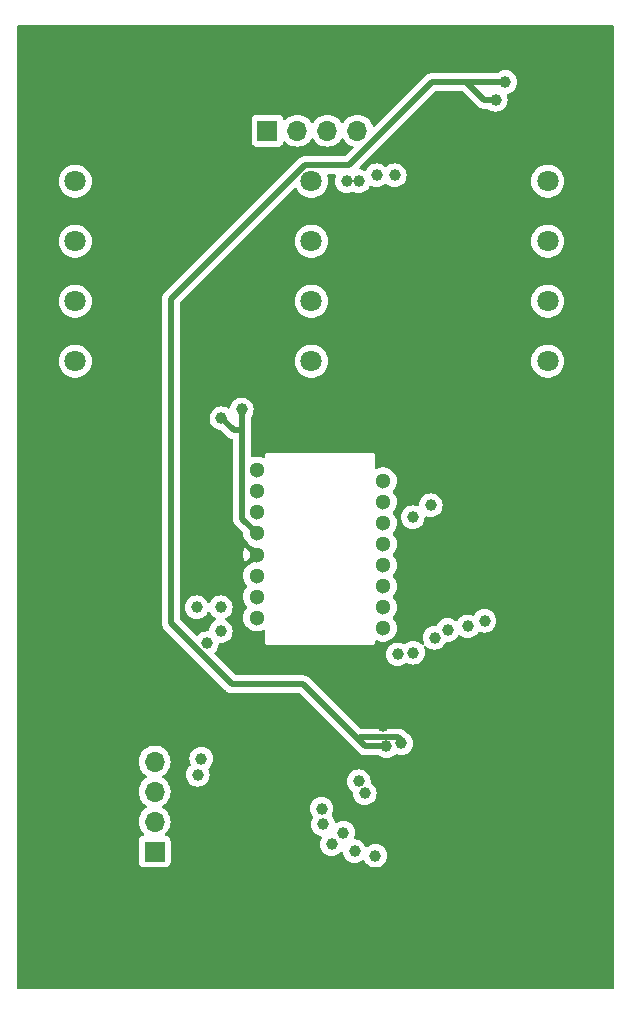
<source format=gbr>
%TF.GenerationSoftware,KiCad,Pcbnew,7.0.8*%
%TF.CreationDate,2024-03-02T19:00:56+02:00*%
%TF.ProjectId,mouse_hardware,6d6f7573-655f-4686-9172-64776172652e,rev?*%
%TF.SameCoordinates,Original*%
%TF.FileFunction,Copper,L2,Inr*%
%TF.FilePolarity,Positive*%
%FSLAX46Y46*%
G04 Gerber Fmt 4.6, Leading zero omitted, Abs format (unit mm)*
G04 Created by KiCad (PCBNEW 7.0.8) date 2024-03-02 19:00:56*
%MOMM*%
%LPD*%
G01*
G04 APERTURE LIST*
%TA.AperFunction,ComponentPad*%
%ADD10C,1.800000*%
%TD*%
%TA.AperFunction,ComponentPad*%
%ADD11R,1.700000X1.700000*%
%TD*%
%TA.AperFunction,ComponentPad*%
%ADD12O,1.700000X1.700000*%
%TD*%
%TA.AperFunction,ComponentPad*%
%ADD13C,1.300000*%
%TD*%
%TA.AperFunction,ViaPad*%
%ADD14C,1.000000*%
%TD*%
%TA.AperFunction,Conductor*%
%ADD15C,0.500000*%
%TD*%
%TA.AperFunction,Conductor*%
%ADD16C,0.300000*%
%TD*%
G04 APERTURE END LIST*
D10*
%TO.N,GND*%
%TO.C,S3*%
X37149000Y-30480000D03*
%TO.N,MIDDLE_CLICK*%
X37149000Y-35560000D03*
%TO.N,unconnected-(S3-NC-Pad3)*%
X37149000Y-40640000D03*
%TD*%
%TO.N,GND*%
%TO.C,S2*%
X57149000Y-30480000D03*
%TO.N,RIGHT_CLICK*%
X57149000Y-35560000D03*
%TO.N,unconnected-(S2-NC-Pad3)*%
X57149000Y-40640000D03*
%TD*%
%TO.N,GND*%
%TO.C,S1*%
X17149000Y-30480000D03*
%TO.N,LEFT_CLICK*%
X17149000Y-35560000D03*
%TO.N,unconnected-(S1-NC-Pad3)*%
X17149000Y-40640000D03*
%TD*%
D11*
%TO.N,+5V*%
%TO.C,J2*%
X23866000Y-82156000D03*
D12*
%TO.N,SWDIO*%
X23866000Y-79616000D03*
%TO.N,SWCLK*%
X23866000Y-77076000D03*
%TO.N,GND*%
X23866000Y-74536000D03*
%TD*%
D11*
%TO.N,+5V*%
%TO.C,J1*%
X33424000Y-21129000D03*
D12*
%TO.N,USBDP*%
X35964000Y-21129000D03*
%TO.N,USBDM*%
X38504000Y-21129000D03*
%TO.N,GND*%
X41044000Y-21129000D03*
%TD*%
D10*
%TO.N,unconnected-(H3-Pad1)*%
%TO.C,H3*%
X17149000Y-25400000D03*
%TD*%
%TO.N,unconnected-(H2-Pad1)*%
%TO.C,H2*%
X37149000Y-25400000D03*
%TD*%
%TO.N,unconnected-(H1-Pad1)*%
%TO.C,H1*%
X57149000Y-25400000D03*
%TD*%
D13*
%TO.N,N/C*%
%TO.C,U2*%
X32517000Y-49889000D03*
X32517000Y-51669000D03*
%TO.N,Net-(U2-VDDPIX)*%
X32517000Y-53449000D03*
%TO.N,+2V*%
X32517000Y-55229000D03*
%TO.N,+3V3*%
X32517000Y-57009000D03*
%TO.N,N/C*%
X32517000Y-58789000D03*
%TO.N,NRST*%
X32517000Y-60569000D03*
%TO.N,GND*%
X32517000Y-62349000D03*
%TO.N,MOTION*%
X43217000Y-63239000D03*
%TO.N,SCK*%
X43217000Y-61459000D03*
%TO.N,MOSI*%
X43217000Y-59679000D03*
%TO.N,MISO*%
X43217000Y-57899000D03*
%TO.N,NCS*%
X43217000Y-56119000D03*
%TO.N,N/C*%
X43217000Y-54339000D03*
%TO.N,Net-(U2-LED_P)*%
X43217000Y-52559000D03*
%TO.N,N/C*%
X43217000Y-50779000D03*
%TD*%
D14*
%TO.N,+2V*%
X29525000Y-45475000D03*
X31250000Y-44725000D03*
%TO.N,NCS*%
X44444188Y-65469188D03*
X45750000Y-65325000D03*
%TO.N,NRST*%
X27525000Y-75650000D03*
X42550000Y-82500000D03*
X40800000Y-82125000D03*
X27825000Y-74300000D03*
%TO.N,MISO*%
X51800000Y-62625000D03*
%TO.N,MOSI*%
X47575000Y-64050000D03*
X38000000Y-78525000D03*
%TO.N,MISO*%
X38875000Y-81525000D03*
X39850000Y-80550000D03*
X50375000Y-63100000D03*
%TO.N,MOSI*%
X38125000Y-79850000D03*
X48675000Y-63400000D03*
%TO.N,+3V3*%
X18425000Y-68100000D03*
X16600000Y-68375000D03*
X16400000Y-46175000D03*
X15025000Y-46875000D03*
X28575000Y-84400000D03*
X27350000Y-83750000D03*
X31100000Y-78025000D03*
X27575000Y-78475000D03*
X43110000Y-70480000D03*
X43169062Y-71550500D03*
X44175000Y-69075000D03*
X45350000Y-67925000D03*
X30263041Y-69550000D03*
X30450000Y-70925000D03*
X15250000Y-18750000D03*
X13250000Y-18750000D03*
X27750000Y-30750000D03*
X27000000Y-29500000D03*
X47250000Y-29500000D03*
X47500000Y-27750000D03*
X43750000Y-87000000D03*
X43500000Y-85750000D03*
X47500000Y-84000000D03*
X46250000Y-83250000D03*
%TO.N,STATUS_LED*%
X52750000Y-18500000D03*
X53576000Y-17000000D03*
X44750000Y-73000000D03*
X43500000Y-73250000D03*
%TO.N,+3V3*%
X28956000Y-47752000D03*
X27432000Y-48260000D03*
%TO.N,USBDP*%
X41148000Y-25400000D03*
X40132000Y-25400000D03*
X29464000Y-61468000D03*
X27432000Y-61468000D03*
%TO.N,USBDM*%
X29464000Y-63500000D03*
X28281500Y-64516000D03*
X42672000Y-24892000D03*
X44196000Y-24892000D03*
%TO.N,NRST*%
X45720000Y-53848000D03*
X47244000Y-52832000D03*
%TO.N,SCK*%
X41656000Y-77216000D03*
X41148000Y-76200000D03*
%TD*%
D15*
%TO.N,+2V*%
X31250000Y-46500000D02*
X31250000Y-53962000D01*
X31250000Y-44725000D02*
X31250000Y-46500000D01*
X31250000Y-46500000D02*
X30550000Y-46500000D01*
X30550000Y-46500000D02*
X29525000Y-45475000D01*
X31250000Y-53962000D02*
X32517000Y-55229000D01*
%TO.N,STATUS_LED*%
X51750000Y-18500000D02*
X52750000Y-18500000D01*
X50250000Y-17000000D02*
X53576000Y-17000000D01*
X44750000Y-72750000D02*
X44750000Y-73000000D01*
X44500000Y-72500000D02*
X44750000Y-72750000D01*
X41105441Y-72644559D02*
X36460881Y-68000000D01*
X41710881Y-73250000D02*
X41105441Y-72644559D01*
X41105441Y-72644559D02*
X41250000Y-72500000D01*
X41250000Y-72500000D02*
X44500000Y-72500000D01*
X43500000Y-73250000D02*
X41710881Y-73250000D01*
X47365273Y-17000000D02*
X50250000Y-17000000D01*
X50250000Y-17000000D02*
X51750000Y-18500000D01*
X36460881Y-68000000D02*
X30421997Y-68000000D01*
X30421997Y-68000000D02*
X25250000Y-62828003D01*
X25250000Y-62828003D02*
X25250000Y-35389811D01*
X25250000Y-35389811D02*
X36589811Y-24050000D01*
X36589811Y-24050000D02*
X40315273Y-24050000D01*
X40315273Y-24050000D02*
X47365273Y-17000000D01*
D16*
%TO.N,+3V3*%
X27432000Y-49784000D02*
X28956000Y-48260000D01*
X28956000Y-48260000D02*
X28956000Y-47752000D01*
X27432000Y-49784000D02*
X27432000Y-48260000D01*
X32517000Y-57009000D02*
X27432000Y-51924000D01*
X27432000Y-51924000D02*
X27432000Y-49784000D01*
%TD*%
%TA.AperFunction,Conductor*%
%TO.N,+3V3*%
G36*
X62742539Y-12220185D02*
G01*
X62788294Y-12272989D01*
X62799500Y-12324500D01*
X62799500Y-93675500D01*
X62779815Y-93742539D01*
X62727011Y-93788294D01*
X62675500Y-93799500D01*
X12324500Y-93799500D01*
X12257461Y-93779815D01*
X12211706Y-93727011D01*
X12200500Y-93675500D01*
X12200500Y-79616000D01*
X22510341Y-79616000D01*
X22530936Y-79851403D01*
X22530938Y-79851413D01*
X22592094Y-80079655D01*
X22592096Y-80079659D01*
X22592097Y-80079663D01*
X22632018Y-80165273D01*
X22691965Y-80293830D01*
X22691967Y-80293834D01*
X22734004Y-80353868D01*
X22827501Y-80487396D01*
X22827506Y-80487402D01*
X22949430Y-80609326D01*
X22982915Y-80670649D01*
X22977931Y-80740341D01*
X22936059Y-80796274D01*
X22905083Y-80813189D01*
X22773669Y-80862203D01*
X22773664Y-80862206D01*
X22658455Y-80948452D01*
X22658452Y-80948455D01*
X22572206Y-81063664D01*
X22572202Y-81063671D01*
X22521908Y-81198517D01*
X22515501Y-81258116D01*
X22515501Y-81258123D01*
X22515500Y-81258135D01*
X22515500Y-83053870D01*
X22515501Y-83053876D01*
X22521908Y-83113483D01*
X22572202Y-83248328D01*
X22572206Y-83248335D01*
X22658452Y-83363544D01*
X22658455Y-83363547D01*
X22773664Y-83449793D01*
X22773671Y-83449797D01*
X22908517Y-83500091D01*
X22908516Y-83500091D01*
X22915444Y-83500835D01*
X22968127Y-83506500D01*
X24763872Y-83506499D01*
X24823483Y-83500091D01*
X24958331Y-83449796D01*
X25073546Y-83363546D01*
X25159796Y-83248331D01*
X25210091Y-83113483D01*
X25216500Y-83053873D01*
X25216499Y-81258128D01*
X25210091Y-81198517D01*
X25209222Y-81196188D01*
X25159797Y-81063671D01*
X25159793Y-81063664D01*
X25073547Y-80948455D01*
X25073544Y-80948452D01*
X24958335Y-80862206D01*
X24958328Y-80862202D01*
X24826917Y-80813189D01*
X24770983Y-80771318D01*
X24746566Y-80705853D01*
X24761418Y-80637580D01*
X24782563Y-80609332D01*
X24904495Y-80487401D01*
X25040035Y-80293830D01*
X25139903Y-80079663D01*
X25201063Y-79851408D01*
X25221659Y-79616000D01*
X25201063Y-79380592D01*
X25139903Y-79152337D01*
X25040035Y-78938171D01*
X25020121Y-78909730D01*
X24904494Y-78744597D01*
X24737402Y-78577506D01*
X24737396Y-78577501D01*
X24662417Y-78525000D01*
X36994659Y-78525000D01*
X37013975Y-78721129D01*
X37071188Y-78909733D01*
X37164086Y-79083532D01*
X37164090Y-79083539D01*
X37220552Y-79152337D01*
X37244290Y-79181262D01*
X37254528Y-79193736D01*
X37281841Y-79258045D01*
X37270050Y-79326913D01*
X37268034Y-79330854D01*
X37196187Y-79465271D01*
X37138975Y-79653870D01*
X37119659Y-79850000D01*
X37138975Y-80046129D01*
X37196188Y-80234733D01*
X37289086Y-80408532D01*
X37289090Y-80408539D01*
X37414116Y-80560883D01*
X37566460Y-80685909D01*
X37566467Y-80685913D01*
X37740266Y-80778811D01*
X37740269Y-80778811D01*
X37740273Y-80778814D01*
X37928868Y-80836024D01*
X37928870Y-80836024D01*
X37934698Y-80837792D01*
X37934248Y-80839272D01*
X37989442Y-80868141D01*
X38024019Y-80928856D01*
X38020281Y-80998625D01*
X38012702Y-81015828D01*
X37946188Y-81140268D01*
X37888975Y-81328870D01*
X37869659Y-81525000D01*
X37888975Y-81721129D01*
X37946188Y-81909733D01*
X38039086Y-82083532D01*
X38039090Y-82083539D01*
X38164116Y-82235883D01*
X38316460Y-82360909D01*
X38316467Y-82360913D01*
X38490266Y-82453811D01*
X38490269Y-82453811D01*
X38490273Y-82453814D01*
X38678868Y-82511024D01*
X38875000Y-82530341D01*
X39071132Y-82511024D01*
X39259727Y-82453814D01*
X39433538Y-82360910D01*
X39585883Y-82235883D01*
X39592123Y-82228278D01*
X39649867Y-82188944D01*
X39719711Y-82187071D01*
X39779481Y-82223257D01*
X39810199Y-82286011D01*
X39811381Y-82294787D01*
X39813975Y-82321129D01*
X39871188Y-82509733D01*
X39964086Y-82683532D01*
X39964090Y-82683539D01*
X40089116Y-82835883D01*
X40241460Y-82960909D01*
X40241467Y-82960913D01*
X40415266Y-83053811D01*
X40415269Y-83053811D01*
X40415273Y-83053814D01*
X40603868Y-83111024D01*
X40800000Y-83130341D01*
X40996132Y-83111024D01*
X41184727Y-83053814D01*
X41358538Y-82960910D01*
X41452609Y-82883706D01*
X41516917Y-82856394D01*
X41585784Y-82868184D01*
X41637345Y-82915336D01*
X41640631Y-82921107D01*
X41714086Y-83058532D01*
X41714090Y-83058539D01*
X41839116Y-83210883D01*
X41991460Y-83335909D01*
X41991467Y-83335913D01*
X42165266Y-83428811D01*
X42165269Y-83428811D01*
X42165273Y-83428814D01*
X42353868Y-83486024D01*
X42550000Y-83505341D01*
X42746132Y-83486024D01*
X42934727Y-83428814D01*
X43108538Y-83335910D01*
X43260883Y-83210883D01*
X43385910Y-83058538D01*
X43438094Y-82960908D01*
X43478811Y-82884733D01*
X43478811Y-82884732D01*
X43478814Y-82884727D01*
X43536024Y-82696132D01*
X43555341Y-82500000D01*
X43536024Y-82303868D01*
X43478814Y-82115273D01*
X43478811Y-82115269D01*
X43478811Y-82115266D01*
X43385913Y-81941467D01*
X43385909Y-81941460D01*
X43260883Y-81789116D01*
X43108539Y-81664090D01*
X43108532Y-81664086D01*
X42934733Y-81571188D01*
X42934727Y-81571186D01*
X42746132Y-81513976D01*
X42746129Y-81513975D01*
X42550000Y-81494659D01*
X42353870Y-81513975D01*
X42165266Y-81571188D01*
X41991467Y-81664086D01*
X41991461Y-81664090D01*
X41897390Y-81741292D01*
X41833080Y-81768604D01*
X41764213Y-81756813D01*
X41712653Y-81709660D01*
X41709368Y-81703891D01*
X41635913Y-81566467D01*
X41635909Y-81566460D01*
X41510883Y-81414116D01*
X41358539Y-81289090D01*
X41358532Y-81289086D01*
X41184733Y-81196188D01*
X41184727Y-81196186D01*
X40996132Y-81138976D01*
X40996129Y-81138975D01*
X40870653Y-81126617D01*
X40805866Y-81100456D01*
X40765508Y-81043421D01*
X40762391Y-80973621D01*
X40773454Y-80944754D01*
X40778811Y-80934732D01*
X40778814Y-80934727D01*
X40836024Y-80746132D01*
X40855341Y-80550000D01*
X40836024Y-80353868D01*
X40778814Y-80165273D01*
X40778811Y-80165269D01*
X40778811Y-80165266D01*
X40685913Y-79991467D01*
X40685909Y-79991460D01*
X40560883Y-79839116D01*
X40408539Y-79714090D01*
X40408532Y-79714086D01*
X40234733Y-79621188D01*
X40234727Y-79621186D01*
X40046132Y-79563976D01*
X40046129Y-79563975D01*
X39850000Y-79544659D01*
X39653870Y-79563975D01*
X39465266Y-79621188D01*
X39286089Y-79716961D01*
X39284870Y-79714681D01*
X39228897Y-79732176D01*
X39161527Y-79713656D01*
X39114864Y-79661653D01*
X39108089Y-79644191D01*
X39053813Y-79465271D01*
X38960913Y-79291467D01*
X38960909Y-79291460D01*
X38870471Y-79181262D01*
X38843158Y-79116952D01*
X38854949Y-79048085D01*
X38856941Y-79044190D01*
X38928814Y-78909727D01*
X38986024Y-78721132D01*
X39005341Y-78525000D01*
X38986024Y-78328868D01*
X38928814Y-78140273D01*
X38928811Y-78140269D01*
X38928811Y-78140266D01*
X38835913Y-77966467D01*
X38835909Y-77966460D01*
X38710883Y-77814116D01*
X38558539Y-77689090D01*
X38558532Y-77689086D01*
X38384733Y-77596188D01*
X38384727Y-77596186D01*
X38198397Y-77539663D01*
X38196129Y-77538975D01*
X38000000Y-77519659D01*
X37803870Y-77538975D01*
X37615266Y-77596188D01*
X37441467Y-77689086D01*
X37441460Y-77689090D01*
X37289116Y-77814116D01*
X37164090Y-77966460D01*
X37164086Y-77966467D01*
X37071188Y-78140266D01*
X37013975Y-78328870D01*
X36994659Y-78525000D01*
X24662417Y-78525000D01*
X24551842Y-78447575D01*
X24508217Y-78392998D01*
X24501023Y-78323500D01*
X24532546Y-78261145D01*
X24551842Y-78244425D01*
X24612397Y-78202024D01*
X24737401Y-78114495D01*
X24904495Y-77947401D01*
X25040035Y-77753830D01*
X25139903Y-77539663D01*
X25201063Y-77311408D01*
X25221659Y-77076000D01*
X25218151Y-77035910D01*
X25201063Y-76840596D01*
X25201063Y-76840592D01*
X25151426Y-76655341D01*
X25139905Y-76612344D01*
X25139904Y-76612343D01*
X25139903Y-76612337D01*
X25040035Y-76398171D01*
X25038608Y-76396132D01*
X24904494Y-76204597D01*
X24737402Y-76037506D01*
X24737396Y-76037501D01*
X24551842Y-75907575D01*
X24508217Y-75852998D01*
X24501023Y-75783500D01*
X24532546Y-75721145D01*
X24551842Y-75704425D01*
X24629569Y-75650000D01*
X26519659Y-75650000D01*
X26538975Y-75846129D01*
X26596188Y-76034733D01*
X26689086Y-76208532D01*
X26689090Y-76208539D01*
X26814116Y-76360883D01*
X26966460Y-76485909D01*
X26966467Y-76485913D01*
X27140266Y-76578811D01*
X27140269Y-76578811D01*
X27140273Y-76578814D01*
X27328868Y-76636024D01*
X27525000Y-76655341D01*
X27721132Y-76636024D01*
X27909727Y-76578814D01*
X28083538Y-76485910D01*
X28235883Y-76360883D01*
X28360910Y-76208538D01*
X28365474Y-76200000D01*
X40142659Y-76200000D01*
X40161975Y-76396129D01*
X40181046Y-76458997D01*
X40217391Y-76578811D01*
X40219188Y-76584733D01*
X40312086Y-76758532D01*
X40312090Y-76758539D01*
X40437116Y-76910883D01*
X40589460Y-77035909D01*
X40589466Y-77035913D01*
X40591371Y-77036931D01*
X40592182Y-77037728D01*
X40594529Y-77039296D01*
X40594231Y-77039740D01*
X40641218Y-77085890D01*
X40656683Y-77154027D01*
X40656327Y-77158445D01*
X40650659Y-77215999D01*
X40669975Y-77412129D01*
X40669976Y-77412132D01*
X40725808Y-77596186D01*
X40727188Y-77600733D01*
X40820086Y-77774532D01*
X40820090Y-77774539D01*
X40945116Y-77926883D01*
X41097460Y-78051909D01*
X41097467Y-78051913D01*
X41271266Y-78144811D01*
X41271269Y-78144811D01*
X41271273Y-78144814D01*
X41459868Y-78202024D01*
X41656000Y-78221341D01*
X41852132Y-78202024D01*
X42040727Y-78144814D01*
X42214538Y-78051910D01*
X42366883Y-77926883D01*
X42491910Y-77774538D01*
X42584814Y-77600727D01*
X42642024Y-77412132D01*
X42661341Y-77216000D01*
X42642024Y-77019868D01*
X42584814Y-76831273D01*
X42584811Y-76831269D01*
X42584811Y-76831266D01*
X42491913Y-76657467D01*
X42491909Y-76657460D01*
X42366883Y-76505116D01*
X42214538Y-76380089D01*
X42214534Y-76380087D01*
X42212611Y-76379059D01*
X42211794Y-76378256D01*
X42209478Y-76376709D01*
X42209771Y-76376269D01*
X42162771Y-76330092D01*
X42147318Y-76261953D01*
X42147672Y-76257552D01*
X42153341Y-76200000D01*
X42134024Y-76003868D01*
X42076814Y-75815273D01*
X42076811Y-75815269D01*
X42076811Y-75815266D01*
X41983913Y-75641467D01*
X41983909Y-75641460D01*
X41858883Y-75489116D01*
X41706539Y-75364090D01*
X41706532Y-75364086D01*
X41532733Y-75271188D01*
X41532727Y-75271186D01*
X41344132Y-75213976D01*
X41344129Y-75213975D01*
X41148000Y-75194659D01*
X40951870Y-75213975D01*
X40763266Y-75271188D01*
X40589467Y-75364086D01*
X40589460Y-75364090D01*
X40437116Y-75489116D01*
X40312090Y-75641460D01*
X40312086Y-75641467D01*
X40219188Y-75815266D01*
X40161975Y-76003870D01*
X40142659Y-76200000D01*
X28365474Y-76200000D01*
X28453814Y-76034727D01*
X28511024Y-75846132D01*
X28530341Y-75650000D01*
X28511024Y-75453868D01*
X28453814Y-75265273D01*
X28432293Y-75225011D01*
X28418052Y-75156611D01*
X28443051Y-75091367D01*
X28462986Y-75070707D01*
X28535883Y-75010883D01*
X28660910Y-74858538D01*
X28753814Y-74684727D01*
X28811024Y-74496132D01*
X28830341Y-74300000D01*
X28811024Y-74103868D01*
X28753814Y-73915273D01*
X28753811Y-73915269D01*
X28753811Y-73915266D01*
X28660913Y-73741467D01*
X28660909Y-73741460D01*
X28535883Y-73589116D01*
X28383539Y-73464090D01*
X28383532Y-73464086D01*
X28209733Y-73371188D01*
X28209727Y-73371186D01*
X28021132Y-73313976D01*
X28021129Y-73313975D01*
X27825000Y-73294659D01*
X27628870Y-73313975D01*
X27440266Y-73371188D01*
X27266467Y-73464086D01*
X27266460Y-73464090D01*
X27114116Y-73589116D01*
X26989090Y-73741460D01*
X26989086Y-73741467D01*
X26896188Y-73915266D01*
X26838975Y-74103870D01*
X26819659Y-74300000D01*
X26838975Y-74496129D01*
X26838976Y-74496132D01*
X26896186Y-74684727D01*
X26896187Y-74684730D01*
X26896188Y-74684731D01*
X26917705Y-74724988D01*
X26931946Y-74793391D01*
X26906945Y-74858635D01*
X26887012Y-74879292D01*
X26814114Y-74939118D01*
X26689090Y-75091460D01*
X26689086Y-75091467D01*
X26596188Y-75265266D01*
X26538975Y-75453870D01*
X26519659Y-75650000D01*
X24629569Y-75650000D01*
X24641765Y-75641460D01*
X24737401Y-75574495D01*
X24904495Y-75407401D01*
X25040035Y-75213830D01*
X25139903Y-74999663D01*
X25201063Y-74771408D01*
X25221659Y-74536000D01*
X25201063Y-74300592D01*
X25139903Y-74072337D01*
X25040035Y-73858171D01*
X25021659Y-73831926D01*
X24904494Y-73664597D01*
X24737402Y-73497506D01*
X24737395Y-73497501D01*
X24543834Y-73361967D01*
X24543830Y-73361965D01*
X24543828Y-73361964D01*
X24329663Y-73262097D01*
X24329659Y-73262096D01*
X24329655Y-73262094D01*
X24101413Y-73200938D01*
X24101403Y-73200936D01*
X23866001Y-73180341D01*
X23865999Y-73180341D01*
X23630596Y-73200936D01*
X23630586Y-73200938D01*
X23402344Y-73262094D01*
X23402335Y-73262098D01*
X23188171Y-73361964D01*
X23188169Y-73361965D01*
X22994597Y-73497505D01*
X22827505Y-73664597D01*
X22691965Y-73858169D01*
X22691964Y-73858171D01*
X22592098Y-74072335D01*
X22592094Y-74072344D01*
X22530938Y-74300586D01*
X22530936Y-74300596D01*
X22510341Y-74535999D01*
X22510341Y-74536000D01*
X22530936Y-74771403D01*
X22530938Y-74771413D01*
X22592094Y-74999655D01*
X22592096Y-74999659D01*
X22592097Y-74999663D01*
X22665283Y-75156611D01*
X22691965Y-75213830D01*
X22691967Y-75213834D01*
X22827501Y-75407395D01*
X22827506Y-75407402D01*
X22994597Y-75574493D01*
X22994603Y-75574498D01*
X23180158Y-75704425D01*
X23223783Y-75759002D01*
X23230977Y-75828500D01*
X23199454Y-75890855D01*
X23180158Y-75907575D01*
X22994597Y-76037505D01*
X22827505Y-76204597D01*
X22691965Y-76398169D01*
X22691964Y-76398171D01*
X22592098Y-76612335D01*
X22592094Y-76612344D01*
X22530938Y-76840586D01*
X22530936Y-76840596D01*
X22510341Y-77075999D01*
X22510341Y-77076000D01*
X22530936Y-77311403D01*
X22530938Y-77311413D01*
X22592094Y-77539655D01*
X22592096Y-77539659D01*
X22592097Y-77539663D01*
X22661774Y-77689086D01*
X22691965Y-77753830D01*
X22691967Y-77753834D01*
X22827501Y-77947395D01*
X22827506Y-77947402D01*
X22994597Y-78114493D01*
X22994603Y-78114498D01*
X23180158Y-78244425D01*
X23223783Y-78299002D01*
X23230977Y-78368500D01*
X23199454Y-78430855D01*
X23180158Y-78447575D01*
X22994597Y-78577505D01*
X22827505Y-78744597D01*
X22691965Y-78938169D01*
X22691964Y-78938171D01*
X22592098Y-79152335D01*
X22592094Y-79152344D01*
X22530938Y-79380586D01*
X22530936Y-79380596D01*
X22510341Y-79615999D01*
X22510341Y-79616000D01*
X12200500Y-79616000D01*
X12200500Y-62806028D01*
X24494710Y-62806028D01*
X24499264Y-62858067D01*
X24499500Y-62863473D01*
X24499500Y-62871712D01*
X24503306Y-62904277D01*
X24510000Y-62980794D01*
X24511461Y-62987870D01*
X24511403Y-62987881D01*
X24513034Y-62995240D01*
X24513092Y-62995227D01*
X24514757Y-63002253D01*
X24541025Y-63074427D01*
X24565185Y-63147334D01*
X24568236Y-63153877D01*
X24568182Y-63153901D01*
X24571470Y-63160691D01*
X24571521Y-63160666D01*
X24574761Y-63167116D01*
X24574762Y-63167117D01*
X24574763Y-63167120D01*
X24585562Y-63183539D01*
X24616965Y-63231286D01*
X24657287Y-63296658D01*
X24661766Y-63302322D01*
X24661719Y-63302359D01*
X24666482Y-63308205D01*
X24666528Y-63308167D01*
X24671173Y-63313703D01*
X24727018Y-63366389D01*
X29846264Y-68485634D01*
X29858045Y-68499266D01*
X29872387Y-68518530D01*
X29912417Y-68552119D01*
X29916389Y-68555759D01*
X29922220Y-68561590D01*
X29922219Y-68561590D01*
X29947941Y-68581927D01*
X30006783Y-68631302D01*
X30006791Y-68631306D01*
X30012821Y-68635273D01*
X30012787Y-68635323D01*
X30019134Y-68639366D01*
X30019166Y-68639316D01*
X30025315Y-68643108D01*
X30025317Y-68643109D01*
X30025320Y-68643111D01*
X30094927Y-68675569D01*
X30163564Y-68710040D01*
X30163573Y-68710042D01*
X30170352Y-68712510D01*
X30170331Y-68712567D01*
X30177448Y-68715040D01*
X30177467Y-68714984D01*
X30184327Y-68717257D01*
X30259529Y-68732784D01*
X30334276Y-68750500D01*
X30334285Y-68750500D01*
X30341449Y-68751338D01*
X30341442Y-68751397D01*
X30348943Y-68752163D01*
X30348949Y-68752104D01*
X30356137Y-68752733D01*
X30356140Y-68752732D01*
X30356141Y-68752733D01*
X30432895Y-68750500D01*
X36098651Y-68750500D01*
X36165690Y-68770185D01*
X36186332Y-68786819D01*
X40558037Y-73158523D01*
X40560512Y-73161146D01*
X40595923Y-73200937D01*
X40603115Y-73209018D01*
X40612300Y-73215449D01*
X40628858Y-73229343D01*
X41135148Y-73735634D01*
X41146929Y-73749266D01*
X41161271Y-73768530D01*
X41201301Y-73802119D01*
X41205273Y-73805759D01*
X41211104Y-73811590D01*
X41236823Y-73831926D01*
X41295664Y-73881300D01*
X41301706Y-73885274D01*
X41301672Y-73885324D01*
X41308028Y-73889373D01*
X41308061Y-73889321D01*
X41314206Y-73893112D01*
X41361716Y-73915266D01*
X41383802Y-73925565D01*
X41452448Y-73960040D01*
X41452450Y-73960040D01*
X41459238Y-73962511D01*
X41459217Y-73962568D01*
X41466332Y-73965040D01*
X41466351Y-73964984D01*
X41473211Y-73967257D01*
X41548413Y-73982784D01*
X41623160Y-74000500D01*
X41623169Y-74000500D01*
X41630333Y-74001338D01*
X41630326Y-74001397D01*
X41637827Y-74002163D01*
X41637833Y-74002104D01*
X41645021Y-74002733D01*
X41645024Y-74002732D01*
X41645025Y-74002733D01*
X41721779Y-74000500D01*
X42793022Y-74000500D01*
X42860061Y-74020185D01*
X42871687Y-74028647D01*
X42941460Y-74085909D01*
X42941467Y-74085913D01*
X43115266Y-74178811D01*
X43115269Y-74178811D01*
X43115273Y-74178814D01*
X43303868Y-74236024D01*
X43500000Y-74255341D01*
X43696132Y-74236024D01*
X43884727Y-74178814D01*
X44058538Y-74085910D01*
X44210883Y-73960883D01*
X44211690Y-73959899D01*
X44212243Y-73959522D01*
X44215191Y-73956575D01*
X44215749Y-73957133D01*
X44269431Y-73920563D01*
X44339276Y-73918688D01*
X44359562Y-73926670D01*
X44359641Y-73926482D01*
X44365260Y-73928809D01*
X44365268Y-73928811D01*
X44365273Y-73928814D01*
X44553868Y-73986024D01*
X44750000Y-74005341D01*
X44946132Y-73986024D01*
X45134727Y-73928814D01*
X45134737Y-73928809D01*
X45223748Y-73881231D01*
X45308538Y-73835910D01*
X45460883Y-73710883D01*
X45585910Y-73558538D01*
X45678814Y-73384727D01*
X45736024Y-73196132D01*
X45755341Y-73000000D01*
X45736024Y-72803868D01*
X45678814Y-72615273D01*
X45678811Y-72615269D01*
X45678811Y-72615266D01*
X45585913Y-72441467D01*
X45585909Y-72441460D01*
X45460883Y-72289116D01*
X45308539Y-72164090D01*
X45308532Y-72164086D01*
X45146282Y-72077362D01*
X45117055Y-72055686D01*
X45075729Y-72014361D01*
X45063945Y-72000726D01*
X45049611Y-71981472D01*
X45049610Y-71981470D01*
X45009593Y-71947892D01*
X45005605Y-71944238D01*
X44999781Y-71938413D01*
X44999780Y-71938412D01*
X44999777Y-71938409D01*
X44991539Y-71931895D01*
X44974041Y-71918059D01*
X44949777Y-71897700D01*
X44915214Y-71868698D01*
X44915210Y-71868696D01*
X44915209Y-71868695D01*
X44909180Y-71864729D01*
X44909212Y-71864680D01*
X44902853Y-71860628D01*
X44902822Y-71860679D01*
X44896680Y-71856891D01*
X44896678Y-71856890D01*
X44896677Y-71856889D01*
X44857474Y-71838608D01*
X44827058Y-71824424D01*
X44792894Y-71807267D01*
X44758433Y-71789960D01*
X44758431Y-71789959D01*
X44758430Y-71789959D01*
X44751645Y-71787489D01*
X44751665Y-71787433D01*
X44744549Y-71784959D01*
X44744531Y-71785015D01*
X44737671Y-71782742D01*
X44709841Y-71776996D01*
X44662434Y-71767207D01*
X44613472Y-71755603D01*
X44587719Y-71749499D01*
X44580547Y-71748661D01*
X44580553Y-71748601D01*
X44573055Y-71747835D01*
X44573050Y-71747895D01*
X44565860Y-71747265D01*
X44489083Y-71749500D01*
X41323112Y-71749500D01*
X41256073Y-71729815D01*
X41235431Y-71713181D01*
X37036610Y-67514361D01*
X37024830Y-67500730D01*
X37017363Y-67490701D01*
X37010493Y-67481472D01*
X37010491Y-67481470D01*
X36970468Y-67447886D01*
X36966493Y-67444244D01*
X36963571Y-67441322D01*
X36960661Y-67438411D01*
X36934921Y-67418059D01*
X36876090Y-67368694D01*
X36870061Y-67364729D01*
X36870093Y-67364680D01*
X36863734Y-67360628D01*
X36863703Y-67360679D01*
X36857561Y-67356891D01*
X36857559Y-67356890D01*
X36857558Y-67356889D01*
X36818355Y-67338608D01*
X36787939Y-67324424D01*
X36753775Y-67307267D01*
X36719314Y-67289960D01*
X36719312Y-67289959D01*
X36719311Y-67289959D01*
X36712526Y-67287489D01*
X36712546Y-67287433D01*
X36705430Y-67284959D01*
X36705412Y-67285015D01*
X36698552Y-67282742D01*
X36670722Y-67276996D01*
X36623315Y-67267207D01*
X36574353Y-67255603D01*
X36548600Y-67249499D01*
X36541428Y-67248661D01*
X36541434Y-67248601D01*
X36533936Y-67247835D01*
X36533931Y-67247895D01*
X36526741Y-67247265D01*
X36449964Y-67249500D01*
X30784227Y-67249500D01*
X30717188Y-67229815D01*
X30696546Y-67213181D01*
X28952553Y-65469188D01*
X43438847Y-65469188D01*
X43458163Y-65665317D01*
X43515376Y-65853921D01*
X43608274Y-66027720D01*
X43608278Y-66027727D01*
X43733304Y-66180071D01*
X43885648Y-66305097D01*
X43885655Y-66305101D01*
X44059454Y-66397999D01*
X44059457Y-66397999D01*
X44059461Y-66398002D01*
X44248056Y-66455212D01*
X44444188Y-66474529D01*
X44640320Y-66455212D01*
X44828915Y-66398002D01*
X45002726Y-66305098D01*
X45119516Y-66209249D01*
X45183824Y-66181937D01*
X45252692Y-66193728D01*
X45256633Y-66195745D01*
X45365267Y-66253811D01*
X45365273Y-66253814D01*
X45553868Y-66311024D01*
X45750000Y-66330341D01*
X45946132Y-66311024D01*
X46134727Y-66253814D01*
X46308538Y-66160910D01*
X46460883Y-66035883D01*
X46585910Y-65883538D01*
X46678814Y-65709727D01*
X46736024Y-65521132D01*
X46755341Y-65325000D01*
X46736024Y-65128868D01*
X46678814Y-64940273D01*
X46651202Y-64888616D01*
X46636961Y-64820214D01*
X46661961Y-64754970D01*
X46718265Y-64713599D01*
X46787999Y-64709237D01*
X46849021Y-64743267D01*
X46856413Y-64751497D01*
X46864115Y-64760882D01*
X47016460Y-64885909D01*
X47016467Y-64885913D01*
X47190266Y-64978811D01*
X47190269Y-64978811D01*
X47190273Y-64978814D01*
X47378868Y-65036024D01*
X47575000Y-65055341D01*
X47771132Y-65036024D01*
X47959727Y-64978814D01*
X48133538Y-64885910D01*
X48285883Y-64760883D01*
X48410910Y-64608538D01*
X48488241Y-64463861D01*
X48537200Y-64414020D01*
X48605338Y-64398559D01*
X48609721Y-64398911D01*
X48675000Y-64405341D01*
X48871132Y-64386024D01*
X49059727Y-64328814D01*
X49233538Y-64235910D01*
X49385883Y-64110883D01*
X49510910Y-63958538D01*
X49541256Y-63901763D01*
X49590217Y-63851919D01*
X49658355Y-63836457D01*
X49724035Y-63860287D01*
X49729280Y-63864362D01*
X49816460Y-63935909D01*
X49816467Y-63935913D01*
X49990266Y-64028811D01*
X49990269Y-64028811D01*
X49990273Y-64028814D01*
X50178868Y-64086024D01*
X50375000Y-64105341D01*
X50571132Y-64086024D01*
X50759727Y-64028814D01*
X50933538Y-63935910D01*
X51085883Y-63810883D01*
X51210910Y-63658538D01*
X51241406Y-63601482D01*
X51290366Y-63551639D01*
X51358504Y-63536177D01*
X51409219Y-63550578D01*
X51415273Y-63553814D01*
X51603868Y-63611024D01*
X51800000Y-63630341D01*
X51996132Y-63611024D01*
X52184727Y-63553814D01*
X52188797Y-63551639D01*
X52358532Y-63460913D01*
X52358538Y-63460910D01*
X52510883Y-63335883D01*
X52635910Y-63183538D01*
X52706708Y-63051085D01*
X52728811Y-63009733D01*
X52728811Y-63009732D01*
X52728814Y-63009727D01*
X52786024Y-62821132D01*
X52805341Y-62625000D01*
X52786024Y-62428868D01*
X52728814Y-62240273D01*
X52728811Y-62240269D01*
X52728811Y-62240266D01*
X52635913Y-62066467D01*
X52635909Y-62066460D01*
X52510883Y-61914116D01*
X52358539Y-61789090D01*
X52358532Y-61789086D01*
X52184733Y-61696188D01*
X52184727Y-61696186D01*
X51996132Y-61638976D01*
X51996129Y-61638975D01*
X51800000Y-61619659D01*
X51603870Y-61638975D01*
X51415266Y-61696188D01*
X51241467Y-61789086D01*
X51241460Y-61789090D01*
X51089116Y-61914116D01*
X50964092Y-62066458D01*
X50933593Y-62123518D01*
X50884630Y-62173362D01*
X50816492Y-62188822D01*
X50765781Y-62174422D01*
X50759730Y-62171187D01*
X50571129Y-62113975D01*
X50375000Y-62094659D01*
X50178870Y-62113975D01*
X49990266Y-62171188D01*
X49816467Y-62264086D01*
X49816460Y-62264090D01*
X49664116Y-62389116D01*
X49539090Y-62541460D01*
X49539085Y-62541467D01*
X49508742Y-62598237D01*
X49459780Y-62648082D01*
X49391642Y-62663542D01*
X49325962Y-62639710D01*
X49320719Y-62635637D01*
X49233539Y-62564091D01*
X49233532Y-62564086D01*
X49059733Y-62471188D01*
X49059727Y-62471186D01*
X48871132Y-62413976D01*
X48871129Y-62413975D01*
X48675000Y-62394659D01*
X48478870Y-62413975D01*
X48290266Y-62471188D01*
X48116467Y-62564086D01*
X48116460Y-62564090D01*
X47964116Y-62689116D01*
X47839090Y-62841460D01*
X47839088Y-62841463D01*
X47761759Y-62986136D01*
X47712796Y-63035980D01*
X47644659Y-63051440D01*
X47640248Y-63051085D01*
X47575000Y-63044659D01*
X47378870Y-63063975D01*
X47190266Y-63121188D01*
X47016467Y-63214086D01*
X47016460Y-63214090D01*
X46864116Y-63339116D01*
X46739090Y-63491460D01*
X46739086Y-63491467D01*
X46646188Y-63665266D01*
X46588975Y-63853870D01*
X46569659Y-64050000D01*
X46588975Y-64246129D01*
X46588976Y-64246132D01*
X46644391Y-64428811D01*
X46646188Y-64434733D01*
X46673796Y-64486383D01*
X46688038Y-64554786D01*
X46663038Y-64620030D01*
X46606733Y-64661400D01*
X46536999Y-64665762D01*
X46475978Y-64631731D01*
X46468585Y-64623501D01*
X46460883Y-64614116D01*
X46308539Y-64489090D01*
X46308532Y-64489086D01*
X46134733Y-64396188D01*
X46134727Y-64396186D01*
X45946132Y-64338976D01*
X45946129Y-64338975D01*
X45750000Y-64319659D01*
X45553870Y-64338975D01*
X45365266Y-64396188D01*
X45191467Y-64489086D01*
X45191460Y-64489090D01*
X45074672Y-64584937D01*
X45010362Y-64612250D01*
X44941494Y-64600459D01*
X44937554Y-64598442D01*
X44828921Y-64540376D01*
X44828915Y-64540374D01*
X44659842Y-64489086D01*
X44640317Y-64483163D01*
X44444188Y-64463847D01*
X44248058Y-64483163D01*
X44059454Y-64540376D01*
X43885655Y-64633274D01*
X43885648Y-64633278D01*
X43733304Y-64758304D01*
X43608278Y-64910648D01*
X43608274Y-64910655D01*
X43515376Y-65084454D01*
X43458163Y-65273058D01*
X43438847Y-65469188D01*
X28952553Y-65469188D01*
X28934163Y-65450798D01*
X28900678Y-65389475D01*
X28905662Y-65319783D01*
X28943180Y-65267263D01*
X28992383Y-65226883D01*
X29117410Y-65074538D01*
X29189178Y-64940269D01*
X29210311Y-64900733D01*
X29210311Y-64900732D01*
X29210314Y-64900727D01*
X29267524Y-64712132D01*
X29277428Y-64611563D01*
X29303588Y-64546779D01*
X29360622Y-64506419D01*
X29412983Y-64500316D01*
X29464000Y-64505341D01*
X29660132Y-64486024D01*
X29848727Y-64428814D01*
X30022538Y-64335910D01*
X30174883Y-64210883D01*
X30299910Y-64058538D01*
X30353936Y-63957462D01*
X30392811Y-63884733D01*
X30392811Y-63884732D01*
X30392814Y-63884727D01*
X30450024Y-63696132D01*
X30469341Y-63500000D01*
X30450024Y-63303868D01*
X30392814Y-63115273D01*
X30392811Y-63115269D01*
X30392811Y-63115266D01*
X30299913Y-62941467D01*
X30299909Y-62941460D01*
X30174883Y-62789116D01*
X30022539Y-62664090D01*
X30022532Y-62664086D01*
X29890209Y-62593358D01*
X29840365Y-62544396D01*
X29824904Y-62476258D01*
X29848736Y-62410579D01*
X29890209Y-62374642D01*
X29989047Y-62321811D01*
X30022538Y-62303910D01*
X30174883Y-62178883D01*
X30299910Y-62026538D01*
X30380165Y-61876392D01*
X30392811Y-61852733D01*
X30392811Y-61852732D01*
X30392814Y-61852727D01*
X30450024Y-61664132D01*
X30469341Y-61468000D01*
X30450024Y-61271868D01*
X30392814Y-61083273D01*
X30392811Y-61083269D01*
X30392811Y-61083266D01*
X30299913Y-60909467D01*
X30299909Y-60909460D01*
X30174883Y-60757116D01*
X30022539Y-60632090D01*
X30022532Y-60632086D01*
X29848733Y-60539188D01*
X29848727Y-60539186D01*
X29660132Y-60481976D01*
X29660129Y-60481975D01*
X29464000Y-60462659D01*
X29267870Y-60481975D01*
X29079266Y-60539188D01*
X28905467Y-60632086D01*
X28905460Y-60632090D01*
X28753116Y-60757116D01*
X28628090Y-60909460D01*
X28628085Y-60909467D01*
X28557358Y-61041790D01*
X28508396Y-61091635D01*
X28440258Y-61107095D01*
X28374578Y-61083263D01*
X28338642Y-61041790D01*
X28267914Y-60909467D01*
X28267909Y-60909460D01*
X28142883Y-60757116D01*
X27990539Y-60632090D01*
X27990532Y-60632086D01*
X27816733Y-60539188D01*
X27816727Y-60539186D01*
X27628132Y-60481976D01*
X27628129Y-60481975D01*
X27432000Y-60462659D01*
X27235870Y-60481975D01*
X27047266Y-60539188D01*
X26873467Y-60632086D01*
X26873460Y-60632090D01*
X26721116Y-60757116D01*
X26596090Y-60909460D01*
X26596086Y-60909467D01*
X26503188Y-61083266D01*
X26445975Y-61271870D01*
X26426659Y-61468000D01*
X26445975Y-61664129D01*
X26455700Y-61696188D01*
X26500649Y-61844365D01*
X26503188Y-61852733D01*
X26596086Y-62026532D01*
X26596090Y-62026539D01*
X26721116Y-62178883D01*
X26873460Y-62303909D01*
X26873467Y-62303913D01*
X27047266Y-62396811D01*
X27047269Y-62396811D01*
X27047273Y-62396814D01*
X27235868Y-62454024D01*
X27432000Y-62473341D01*
X27628132Y-62454024D01*
X27816727Y-62396814D01*
X27846452Y-62380926D01*
X27906182Y-62348999D01*
X27990538Y-62303910D01*
X28142883Y-62178883D01*
X28267910Y-62026538D01*
X28318653Y-61931605D01*
X28338642Y-61894209D01*
X28387604Y-61844365D01*
X28455742Y-61828904D01*
X28521421Y-61852736D01*
X28557358Y-61894209D01*
X28628086Y-62026532D01*
X28628090Y-62026539D01*
X28753116Y-62178883D01*
X28905460Y-62303909D01*
X28905467Y-62303914D01*
X29037790Y-62374642D01*
X29087635Y-62423604D01*
X29103095Y-62491742D01*
X29079263Y-62557422D01*
X29037790Y-62593358D01*
X28905467Y-62664085D01*
X28905460Y-62664090D01*
X28753116Y-62789116D01*
X28628090Y-62941460D01*
X28628086Y-62941467D01*
X28535188Y-63115266D01*
X28477975Y-63303870D01*
X28468071Y-63404434D01*
X28441910Y-63469221D01*
X28384876Y-63509580D01*
X28332515Y-63515683D01*
X28281500Y-63510659D01*
X28085370Y-63529975D01*
X27896766Y-63587188D01*
X27722967Y-63680086D01*
X27722960Y-63680090D01*
X27570615Y-63805117D01*
X27530234Y-63854321D01*
X27472487Y-63893655D01*
X27402643Y-63895524D01*
X27346701Y-63863336D01*
X26036819Y-62553454D01*
X26003334Y-62492131D01*
X26000500Y-62465773D01*
X26000500Y-57009000D01*
X31362073Y-57009000D01*
X31381737Y-57221216D01*
X31381738Y-57221219D01*
X31440058Y-57426196D01*
X31440066Y-57426216D01*
X31535060Y-57616990D01*
X31543834Y-57628609D01*
X31543835Y-57628609D01*
X32163446Y-57009000D01*
X31543835Y-56389389D01*
X31535056Y-56401015D01*
X31440066Y-56591783D01*
X31440058Y-56591803D01*
X31381738Y-56796780D01*
X31381737Y-56796783D01*
X31362073Y-57008999D01*
X31362073Y-57009000D01*
X26000500Y-57009000D01*
X26000500Y-45475000D01*
X28519659Y-45475000D01*
X28538975Y-45671129D01*
X28596188Y-45859733D01*
X28689086Y-46033532D01*
X28689090Y-46033539D01*
X28814116Y-46185883D01*
X28966460Y-46310909D01*
X28966467Y-46310913D01*
X29140266Y-46403811D01*
X29140269Y-46403811D01*
X29140273Y-46403814D01*
X29328868Y-46461024D01*
X29418697Y-46469871D01*
X29483485Y-46496031D01*
X29494225Y-46505593D01*
X29974270Y-46985638D01*
X29986051Y-46999270D01*
X30000388Y-47018528D01*
X30040409Y-47052111D01*
X30044397Y-47055766D01*
X30050216Y-47061585D01*
X30050220Y-47061588D01*
X30050223Y-47061591D01*
X30075959Y-47081940D01*
X30134786Y-47131302D01*
X30134787Y-47131302D01*
X30134789Y-47131304D01*
X30140818Y-47135270D01*
X30140785Y-47135319D01*
X30147147Y-47139372D01*
X30147179Y-47139321D01*
X30153319Y-47143108D01*
X30153323Y-47143111D01*
X30188132Y-47159343D01*
X30222941Y-47175575D01*
X30291565Y-47210039D01*
X30291567Y-47210040D01*
X30291569Y-47210040D01*
X30298357Y-47212511D01*
X30298336Y-47212567D01*
X30305457Y-47215043D01*
X30305476Y-47214986D01*
X30312319Y-47217253D01*
X30312327Y-47217257D01*
X30312334Y-47217258D01*
X30312336Y-47217259D01*
X30387561Y-47232792D01*
X30399531Y-47235628D01*
X30404090Y-47236708D01*
X30464784Y-47271318D01*
X30497132Y-47333249D01*
X30499500Y-47357367D01*
X30499500Y-53898294D01*
X30498191Y-53916263D01*
X30494710Y-53940025D01*
X30499264Y-53992064D01*
X30499500Y-53997470D01*
X30499500Y-54005709D01*
X30501211Y-54020353D01*
X30503306Y-54038274D01*
X30510000Y-54114791D01*
X30511461Y-54121867D01*
X30511403Y-54121878D01*
X30513034Y-54129237D01*
X30513092Y-54129224D01*
X30514757Y-54136250D01*
X30541025Y-54208424D01*
X30565185Y-54281331D01*
X30568236Y-54287874D01*
X30568182Y-54287898D01*
X30571470Y-54294688D01*
X30571521Y-54294663D01*
X30574761Y-54301113D01*
X30574762Y-54301114D01*
X30574763Y-54301117D01*
X30599678Y-54338999D01*
X30616965Y-54365283D01*
X30657287Y-54430655D01*
X30661766Y-54436319D01*
X30661719Y-54436356D01*
X30666482Y-54442202D01*
X30666528Y-54442164D01*
X30671173Y-54447700D01*
X30727018Y-54500386D01*
X31328386Y-55101754D01*
X31361871Y-55163077D01*
X31364176Y-55200872D01*
X31361571Y-55228994D01*
X31361571Y-55229000D01*
X31381244Y-55441310D01*
X31439596Y-55646392D01*
X31439596Y-55646394D01*
X31534632Y-55837253D01*
X31587069Y-55906690D01*
X31663128Y-56007407D01*
X31820698Y-56151052D01*
X32001981Y-56263298D01*
X32178163Y-56331550D01*
X32221049Y-56359496D01*
X32520553Y-56659000D01*
X32487995Y-56659000D01*
X32401784Y-56673386D01*
X32299053Y-56728981D01*
X32219940Y-56814921D01*
X32173018Y-56921892D01*
X32163372Y-57038302D01*
X32192047Y-57151538D01*
X32255936Y-57249327D01*
X32348115Y-57321072D01*
X32458595Y-57359000D01*
X32520553Y-57359000D01*
X32221048Y-57658504D01*
X32178161Y-57686450D01*
X32001982Y-57754701D01*
X32001980Y-57754702D01*
X31820699Y-57866947D01*
X31663127Y-58010593D01*
X31534632Y-58180746D01*
X31439596Y-58371605D01*
X31439596Y-58371607D01*
X31381244Y-58576689D01*
X31361571Y-58788999D01*
X31361571Y-58789000D01*
X31381244Y-59001310D01*
X31439596Y-59206392D01*
X31439596Y-59206394D01*
X31534632Y-59397253D01*
X31663130Y-59567409D01*
X31663130Y-59567410D01*
X31685019Y-59587365D01*
X31721299Y-59647077D01*
X31719537Y-59716924D01*
X31685019Y-59770635D01*
X31663130Y-59790589D01*
X31663130Y-59790590D01*
X31534632Y-59960746D01*
X31439596Y-60151605D01*
X31439596Y-60151607D01*
X31439595Y-60151611D01*
X31381244Y-60356690D01*
X31361571Y-60569000D01*
X31381244Y-60781310D01*
X31417708Y-60909467D01*
X31439596Y-60986392D01*
X31439596Y-60986394D01*
X31534632Y-61177253D01*
X31663130Y-61347409D01*
X31663130Y-61347410D01*
X31685019Y-61367365D01*
X31721299Y-61427077D01*
X31719537Y-61496924D01*
X31685019Y-61550635D01*
X31663130Y-61570589D01*
X31663130Y-61570590D01*
X31534632Y-61740746D01*
X31439596Y-61931605D01*
X31439596Y-61931607D01*
X31381244Y-62136689D01*
X31361571Y-62348999D01*
X31361571Y-62349000D01*
X31381244Y-62561310D01*
X31439596Y-62766392D01*
X31439596Y-62766394D01*
X31534632Y-62957253D01*
X31663127Y-63127406D01*
X31663128Y-63127407D01*
X31820698Y-63271052D01*
X32001981Y-63383298D01*
X32200802Y-63460321D01*
X32410390Y-63499500D01*
X32410392Y-63499500D01*
X32623608Y-63499500D01*
X32623610Y-63499500D01*
X32833198Y-63460321D01*
X33032019Y-63383298D01*
X33032212Y-63383178D01*
X33032315Y-63383150D01*
X33037149Y-63380743D01*
X33037619Y-63381688D01*
X33099568Y-63364615D01*
X33166270Y-63385415D01*
X33211138Y-63438975D01*
X33221500Y-63488598D01*
X33221500Y-64455737D01*
X33221500Y-64547263D01*
X33225493Y-64555554D01*
X33234660Y-64581753D01*
X33236710Y-64590731D01*
X33236711Y-64590733D01*
X33236712Y-64590734D01*
X33242449Y-64597928D01*
X33257218Y-64621431D01*
X33261211Y-64629723D01*
X33261212Y-64629724D01*
X33268406Y-64635461D01*
X33288038Y-64655093D01*
X33293776Y-64662288D01*
X33302065Y-64666279D01*
X33325570Y-64681049D01*
X33332769Y-64686790D01*
X33341743Y-64688838D01*
X33367944Y-64698006D01*
X33376237Y-64702000D01*
X42357762Y-64702000D01*
X42357763Y-64702000D01*
X42366049Y-64698008D01*
X42392262Y-64688837D01*
X42394446Y-64688338D01*
X42401231Y-64686790D01*
X42408422Y-64681054D01*
X42431933Y-64666280D01*
X42440224Y-64662288D01*
X42445955Y-64655100D01*
X42465601Y-64635455D01*
X42470271Y-64631731D01*
X42472788Y-64629724D01*
X42476782Y-64621431D01*
X42491556Y-64597920D01*
X42497290Y-64590731D01*
X42499337Y-64581762D01*
X42508510Y-64555547D01*
X42512500Y-64547263D01*
X42512500Y-64455737D01*
X42512500Y-64378598D01*
X42532185Y-64311559D01*
X42584989Y-64265804D01*
X42654147Y-64255860D01*
X42696580Y-64271285D01*
X42696851Y-64270743D01*
X42701615Y-64273115D01*
X42701787Y-64273177D01*
X42701981Y-64273298D01*
X42900802Y-64350321D01*
X43110390Y-64389500D01*
X43110392Y-64389500D01*
X43323608Y-64389500D01*
X43323610Y-64389500D01*
X43533198Y-64350321D01*
X43732019Y-64273298D01*
X43913302Y-64161052D01*
X44070872Y-64017407D01*
X44199366Y-63847255D01*
X44274617Y-63696129D01*
X44294403Y-63656394D01*
X44294403Y-63656393D01*
X44294405Y-63656389D01*
X44352756Y-63451310D01*
X44372429Y-63239000D01*
X44352756Y-63026690D01*
X44294405Y-62821611D01*
X44294403Y-62821606D01*
X44294403Y-62821605D01*
X44199367Y-62630746D01*
X44070870Y-62460590D01*
X44048982Y-62440637D01*
X44012700Y-62380926D01*
X44014461Y-62311078D01*
X44048982Y-62257363D01*
X44070870Y-62237409D01*
X44107562Y-62188822D01*
X44199366Y-62067255D01*
X44219640Y-62026539D01*
X44294403Y-61876394D01*
X44294403Y-61876393D01*
X44294405Y-61876389D01*
X44352756Y-61671310D01*
X44372429Y-61459000D01*
X44352756Y-61246690D01*
X44294405Y-61041611D01*
X44294403Y-61041606D01*
X44294403Y-61041605D01*
X44199367Y-60850746D01*
X44070870Y-60680590D01*
X44048982Y-60660637D01*
X44012700Y-60600926D01*
X44014461Y-60531078D01*
X44048982Y-60477363D01*
X44070870Y-60457409D01*
X44070872Y-60457407D01*
X44199366Y-60287255D01*
X44294405Y-60096389D01*
X44352756Y-59891310D01*
X44372429Y-59679000D01*
X44352756Y-59466690D01*
X44294405Y-59261611D01*
X44294403Y-59261606D01*
X44294403Y-59261605D01*
X44199367Y-59070746D01*
X44070870Y-58900590D01*
X44048982Y-58880637D01*
X44012700Y-58820926D01*
X44014461Y-58751078D01*
X44048982Y-58697363D01*
X44070870Y-58677409D01*
X44070872Y-58677407D01*
X44199366Y-58507255D01*
X44294405Y-58316389D01*
X44352756Y-58111310D01*
X44372429Y-57899000D01*
X44352756Y-57686690D01*
X44294405Y-57481611D01*
X44294403Y-57481606D01*
X44294403Y-57481605D01*
X44199367Y-57290746D01*
X44070870Y-57120590D01*
X44048982Y-57100637D01*
X44012700Y-57040926D01*
X44014461Y-56971078D01*
X44048982Y-56917363D01*
X44070870Y-56897409D01*
X44070872Y-56897407D01*
X44199366Y-56727255D01*
X44233353Y-56659000D01*
X44294403Y-56536394D01*
X44294403Y-56536393D01*
X44294405Y-56536389D01*
X44352756Y-56331310D01*
X44372429Y-56119000D01*
X44352756Y-55906690D01*
X44294405Y-55701611D01*
X44294403Y-55701606D01*
X44294403Y-55701605D01*
X44199367Y-55510746D01*
X44070870Y-55340590D01*
X44048982Y-55320637D01*
X44012700Y-55260926D01*
X44014461Y-55191078D01*
X44048982Y-55137363D01*
X44070870Y-55117409D01*
X44070872Y-55117407D01*
X44199366Y-54947255D01*
X44284235Y-54776814D01*
X44294403Y-54756394D01*
X44294403Y-54756393D01*
X44294405Y-54756389D01*
X44352756Y-54551310D01*
X44372429Y-54339000D01*
X44352756Y-54126690D01*
X44294405Y-53921611D01*
X44294403Y-53921606D01*
X44294403Y-53921605D01*
X44257752Y-53848000D01*
X44714659Y-53848000D01*
X44733975Y-54044129D01*
X44733976Y-54044132D01*
X44783813Y-54208423D01*
X44791188Y-54232733D01*
X44884086Y-54406532D01*
X44884090Y-54406539D01*
X45009116Y-54558883D01*
X45161460Y-54683909D01*
X45161467Y-54683913D01*
X45335266Y-54776811D01*
X45335269Y-54776811D01*
X45335273Y-54776814D01*
X45523868Y-54834024D01*
X45720000Y-54853341D01*
X45916132Y-54834024D01*
X46104727Y-54776814D01*
X46142940Y-54756389D01*
X46278532Y-54683913D01*
X46278538Y-54683910D01*
X46430883Y-54558883D01*
X46555910Y-54406538D01*
X46615695Y-54294688D01*
X46648811Y-54232733D01*
X46648811Y-54232732D01*
X46648814Y-54232727D01*
X46706024Y-54044132D01*
X46722754Y-53874259D01*
X46748915Y-53809474D01*
X46805949Y-53769115D01*
X46875749Y-53765998D01*
X46882131Y-53767748D01*
X47047868Y-53818024D01*
X47244000Y-53837341D01*
X47440132Y-53818024D01*
X47628727Y-53760814D01*
X47802538Y-53667910D01*
X47954883Y-53542883D01*
X48079910Y-53390538D01*
X48172814Y-53216727D01*
X48230024Y-53028132D01*
X48249341Y-52832000D01*
X48230024Y-52635868D01*
X48172814Y-52447273D01*
X48172811Y-52447269D01*
X48172811Y-52447266D01*
X48079913Y-52273467D01*
X48079909Y-52273460D01*
X47954883Y-52121116D01*
X47802539Y-51996090D01*
X47802532Y-51996086D01*
X47628733Y-51903188D01*
X47628727Y-51903186D01*
X47440132Y-51845976D01*
X47440129Y-51845975D01*
X47244000Y-51826659D01*
X47047870Y-51845975D01*
X46859266Y-51903188D01*
X46685467Y-51996086D01*
X46685460Y-51996090D01*
X46533116Y-52121116D01*
X46408090Y-52273460D01*
X46408086Y-52273467D01*
X46315188Y-52447266D01*
X46257975Y-52635870D01*
X46241245Y-52805738D01*
X46215084Y-52870525D01*
X46158049Y-52910884D01*
X46088249Y-52914001D01*
X46081847Y-52912245D01*
X45916130Y-52861975D01*
X45720000Y-52842659D01*
X45523870Y-52861975D01*
X45335266Y-52919188D01*
X45161467Y-53012086D01*
X45161460Y-53012090D01*
X45009116Y-53137116D01*
X44884090Y-53289460D01*
X44884086Y-53289467D01*
X44791188Y-53463266D01*
X44733975Y-53651870D01*
X44714659Y-53848000D01*
X44257752Y-53848000D01*
X44199367Y-53730746D01*
X44070870Y-53560590D01*
X44048982Y-53540637D01*
X44012700Y-53480926D01*
X44014461Y-53411078D01*
X44048982Y-53357363D01*
X44070870Y-53337409D01*
X44070872Y-53337407D01*
X44199366Y-53167255D01*
X44217741Y-53130353D01*
X44294403Y-52976394D01*
X44294403Y-52976393D01*
X44294405Y-52976389D01*
X44352756Y-52771310D01*
X44372429Y-52559000D01*
X44352756Y-52346690D01*
X44294405Y-52141611D01*
X44294403Y-52141606D01*
X44294403Y-52141605D01*
X44199367Y-51950746D01*
X44070870Y-51780590D01*
X44048982Y-51760637D01*
X44012700Y-51700926D01*
X44014461Y-51631078D01*
X44048982Y-51577363D01*
X44070870Y-51557409D01*
X44070872Y-51557407D01*
X44199366Y-51387255D01*
X44294405Y-51196389D01*
X44352756Y-50991310D01*
X44372429Y-50779000D01*
X44352756Y-50566690D01*
X44294405Y-50361611D01*
X44294403Y-50361606D01*
X44294403Y-50361605D01*
X44199367Y-50170746D01*
X44070872Y-50000593D01*
X43913302Y-49856948D01*
X43732019Y-49744702D01*
X43732017Y-49744701D01*
X43556458Y-49676690D01*
X43533198Y-49667679D01*
X43323610Y-49628500D01*
X43110390Y-49628500D01*
X42900802Y-49667679D01*
X42900799Y-49667679D01*
X42900799Y-49667680D01*
X42701982Y-49744701D01*
X42701972Y-49744706D01*
X42701775Y-49744829D01*
X42701667Y-49744858D01*
X42696851Y-49747257D01*
X42696381Y-49746314D01*
X42634414Y-49763383D01*
X42567715Y-49742574D01*
X42522855Y-49689008D01*
X42512500Y-49639401D01*
X42512500Y-48580737D01*
X42508507Y-48572446D01*
X42499338Y-48546243D01*
X42497290Y-48537269D01*
X42491546Y-48530066D01*
X42476779Y-48506565D01*
X42472788Y-48498276D01*
X42465593Y-48492538D01*
X42445959Y-48472904D01*
X42440223Y-48465711D01*
X42431931Y-48461718D01*
X42408428Y-48446949D01*
X42401234Y-48441212D01*
X42401233Y-48441211D01*
X42401231Y-48441210D01*
X42392253Y-48439160D01*
X42366057Y-48429994D01*
X42357763Y-48426000D01*
X42334590Y-48426000D01*
X33467763Y-48426000D01*
X33376237Y-48426000D01*
X33376235Y-48426000D01*
X33376233Y-48426001D01*
X33367939Y-48429995D01*
X33341745Y-48439160D01*
X33332769Y-48441209D01*
X33325566Y-48446953D01*
X33302070Y-48461717D01*
X33293776Y-48465711D01*
X33293775Y-48465713D01*
X33288036Y-48472909D01*
X33268409Y-48492536D01*
X33261213Y-48498275D01*
X33261211Y-48498276D01*
X33257217Y-48506570D01*
X33242453Y-48530066D01*
X33236709Y-48537269D01*
X33234660Y-48546245D01*
X33225495Y-48572439D01*
X33221501Y-48580733D01*
X33221500Y-48580738D01*
X33221500Y-48749401D01*
X33201815Y-48816440D01*
X33149011Y-48862195D01*
X33079853Y-48872139D01*
X33037418Y-48856716D01*
X33037149Y-48857257D01*
X33032402Y-48854893D01*
X33032225Y-48854829D01*
X33032027Y-48854706D01*
X33032017Y-48854701D01*
X32879837Y-48795747D01*
X32833198Y-48777679D01*
X32623610Y-48738500D01*
X32410390Y-48738500D01*
X32279135Y-48763036D01*
X32200796Y-48777680D01*
X32169293Y-48789885D01*
X32099670Y-48795747D01*
X32037930Y-48763036D01*
X32003675Y-48702140D01*
X32000500Y-48674258D01*
X32000500Y-46523640D01*
X32000605Y-46520034D01*
X32002003Y-46496031D01*
X32004331Y-46456065D01*
X32002384Y-46445021D01*
X32000500Y-46423490D01*
X32000500Y-45431976D01*
X32020185Y-45364937D01*
X32028632Y-45353329D01*
X32085910Y-45283538D01*
X32178814Y-45109727D01*
X32236024Y-44921132D01*
X32255341Y-44725000D01*
X32236024Y-44528868D01*
X32178814Y-44340273D01*
X32178811Y-44340269D01*
X32178811Y-44340266D01*
X32085913Y-44166467D01*
X32085909Y-44166460D01*
X31960883Y-44014116D01*
X31808539Y-43889090D01*
X31808532Y-43889086D01*
X31634733Y-43796188D01*
X31634727Y-43796186D01*
X31446132Y-43738976D01*
X31446129Y-43738975D01*
X31250000Y-43719659D01*
X31053870Y-43738975D01*
X30865266Y-43796188D01*
X30691467Y-43889086D01*
X30691460Y-43889090D01*
X30539116Y-44014116D01*
X30414090Y-44166460D01*
X30414086Y-44166467D01*
X30321188Y-44340266D01*
X30263974Y-44528874D01*
X30262827Y-44540520D01*
X30236663Y-44605306D01*
X30179627Y-44645662D01*
X30109826Y-44648776D01*
X30080972Y-44637718D01*
X29909732Y-44546188D01*
X29909729Y-44546187D01*
X29909727Y-44546186D01*
X29721132Y-44488976D01*
X29721129Y-44488975D01*
X29525000Y-44469659D01*
X29328870Y-44488975D01*
X29140266Y-44546188D01*
X28966467Y-44639086D01*
X28966460Y-44639090D01*
X28814116Y-44764116D01*
X28689090Y-44916460D01*
X28689086Y-44916467D01*
X28596188Y-45090266D01*
X28538975Y-45278870D01*
X28519659Y-45475000D01*
X26000500Y-45475000D01*
X26000500Y-40640006D01*
X35743700Y-40640006D01*
X35762864Y-40871297D01*
X35762866Y-40871308D01*
X35819842Y-41096300D01*
X35913075Y-41308848D01*
X36040016Y-41503147D01*
X36040019Y-41503151D01*
X36040021Y-41503153D01*
X36197216Y-41673913D01*
X36197219Y-41673915D01*
X36197222Y-41673918D01*
X36380365Y-41816464D01*
X36380371Y-41816468D01*
X36380374Y-41816470D01*
X36584497Y-41926936D01*
X36698487Y-41966068D01*
X36804015Y-42002297D01*
X36804017Y-42002297D01*
X36804019Y-42002298D01*
X37032951Y-42040500D01*
X37032952Y-42040500D01*
X37265048Y-42040500D01*
X37265049Y-42040500D01*
X37493981Y-42002298D01*
X37713503Y-41926936D01*
X37917626Y-41816470D01*
X38100784Y-41673913D01*
X38257979Y-41503153D01*
X38384924Y-41308849D01*
X38478157Y-41096300D01*
X38535134Y-40871305D01*
X38554300Y-40640006D01*
X55743700Y-40640006D01*
X55762864Y-40871297D01*
X55762866Y-40871308D01*
X55819842Y-41096300D01*
X55913075Y-41308848D01*
X56040016Y-41503147D01*
X56040019Y-41503151D01*
X56040021Y-41503153D01*
X56197216Y-41673913D01*
X56197219Y-41673915D01*
X56197222Y-41673918D01*
X56380365Y-41816464D01*
X56380371Y-41816468D01*
X56380374Y-41816470D01*
X56584497Y-41926936D01*
X56698487Y-41966068D01*
X56804015Y-42002297D01*
X56804017Y-42002297D01*
X56804019Y-42002298D01*
X57032951Y-42040500D01*
X57032952Y-42040500D01*
X57265048Y-42040500D01*
X57265049Y-42040500D01*
X57493981Y-42002298D01*
X57713503Y-41926936D01*
X57917626Y-41816470D01*
X58100784Y-41673913D01*
X58257979Y-41503153D01*
X58384924Y-41308849D01*
X58478157Y-41096300D01*
X58535134Y-40871305D01*
X58554300Y-40640000D01*
X58554300Y-40639993D01*
X58535135Y-40408702D01*
X58535133Y-40408691D01*
X58478157Y-40183699D01*
X58384924Y-39971151D01*
X58257983Y-39776852D01*
X58257980Y-39776849D01*
X58257979Y-39776847D01*
X58100784Y-39606087D01*
X58100779Y-39606083D01*
X58100777Y-39606081D01*
X57917634Y-39463535D01*
X57917628Y-39463531D01*
X57713504Y-39353064D01*
X57713495Y-39353061D01*
X57493984Y-39277702D01*
X57322282Y-39249050D01*
X57265049Y-39239500D01*
X57032951Y-39239500D01*
X56987164Y-39247140D01*
X56804015Y-39277702D01*
X56584504Y-39353061D01*
X56584495Y-39353064D01*
X56380371Y-39463531D01*
X56380365Y-39463535D01*
X56197222Y-39606081D01*
X56197219Y-39606084D01*
X56040016Y-39776852D01*
X55913075Y-39971151D01*
X55819842Y-40183699D01*
X55762866Y-40408691D01*
X55762864Y-40408702D01*
X55743700Y-40639993D01*
X55743700Y-40640006D01*
X38554300Y-40640006D01*
X38554300Y-40640000D01*
X38554300Y-40639993D01*
X38535135Y-40408702D01*
X38535133Y-40408691D01*
X38478157Y-40183699D01*
X38384924Y-39971151D01*
X38257983Y-39776852D01*
X38257980Y-39776849D01*
X38257979Y-39776847D01*
X38100784Y-39606087D01*
X38100779Y-39606083D01*
X38100777Y-39606081D01*
X37917634Y-39463535D01*
X37917628Y-39463531D01*
X37713504Y-39353064D01*
X37713495Y-39353061D01*
X37493984Y-39277702D01*
X37322282Y-39249050D01*
X37265049Y-39239500D01*
X37032951Y-39239500D01*
X36987164Y-39247140D01*
X36804015Y-39277702D01*
X36584504Y-39353061D01*
X36584495Y-39353064D01*
X36380371Y-39463531D01*
X36380365Y-39463535D01*
X36197222Y-39606081D01*
X36197219Y-39606084D01*
X36040016Y-39776852D01*
X35913075Y-39971151D01*
X35819842Y-40183699D01*
X35762866Y-40408691D01*
X35762864Y-40408702D01*
X35743700Y-40639993D01*
X35743700Y-40640006D01*
X26000500Y-40640006D01*
X26000500Y-35752039D01*
X26020185Y-35685000D01*
X26036814Y-35664363D01*
X26141171Y-35560006D01*
X35743700Y-35560006D01*
X35762864Y-35791297D01*
X35762866Y-35791308D01*
X35819842Y-36016300D01*
X35913075Y-36228848D01*
X36040016Y-36423147D01*
X36040019Y-36423151D01*
X36040021Y-36423153D01*
X36197216Y-36593913D01*
X36197219Y-36593915D01*
X36197222Y-36593918D01*
X36380365Y-36736464D01*
X36380371Y-36736468D01*
X36380374Y-36736470D01*
X36584497Y-36846936D01*
X36698487Y-36886068D01*
X36804015Y-36922297D01*
X36804017Y-36922297D01*
X36804019Y-36922298D01*
X37032951Y-36960500D01*
X37032952Y-36960500D01*
X37265048Y-36960500D01*
X37265049Y-36960500D01*
X37493981Y-36922298D01*
X37713503Y-36846936D01*
X37917626Y-36736470D01*
X38100784Y-36593913D01*
X38257979Y-36423153D01*
X38384924Y-36228849D01*
X38478157Y-36016300D01*
X38535134Y-35791305D01*
X38538388Y-35752039D01*
X38554300Y-35560006D01*
X55743700Y-35560006D01*
X55762864Y-35791297D01*
X55762866Y-35791308D01*
X55819842Y-36016300D01*
X55913075Y-36228848D01*
X56040016Y-36423147D01*
X56040019Y-36423151D01*
X56040021Y-36423153D01*
X56197216Y-36593913D01*
X56197219Y-36593915D01*
X56197222Y-36593918D01*
X56380365Y-36736464D01*
X56380371Y-36736468D01*
X56380374Y-36736470D01*
X56584497Y-36846936D01*
X56698487Y-36886068D01*
X56804015Y-36922297D01*
X56804017Y-36922297D01*
X56804019Y-36922298D01*
X57032951Y-36960500D01*
X57032952Y-36960500D01*
X57265048Y-36960500D01*
X57265049Y-36960500D01*
X57493981Y-36922298D01*
X57713503Y-36846936D01*
X57917626Y-36736470D01*
X58100784Y-36593913D01*
X58257979Y-36423153D01*
X58384924Y-36228849D01*
X58478157Y-36016300D01*
X58535134Y-35791305D01*
X58538388Y-35752039D01*
X58554300Y-35560006D01*
X58554300Y-35559993D01*
X58535135Y-35328702D01*
X58535133Y-35328691D01*
X58478157Y-35103699D01*
X58384924Y-34891151D01*
X58257983Y-34696852D01*
X58257980Y-34696849D01*
X58257979Y-34696847D01*
X58100784Y-34526087D01*
X58100779Y-34526083D01*
X58100777Y-34526081D01*
X57917634Y-34383535D01*
X57917628Y-34383531D01*
X57713504Y-34273064D01*
X57713495Y-34273061D01*
X57493984Y-34197702D01*
X57322282Y-34169050D01*
X57265049Y-34159500D01*
X57032951Y-34159500D01*
X56987164Y-34167140D01*
X56804015Y-34197702D01*
X56584504Y-34273061D01*
X56584495Y-34273064D01*
X56380371Y-34383531D01*
X56380365Y-34383535D01*
X56197222Y-34526081D01*
X56197219Y-34526084D01*
X56040016Y-34696852D01*
X55913075Y-34891151D01*
X55819842Y-35103699D01*
X55762866Y-35328691D01*
X55762864Y-35328702D01*
X55743700Y-35559993D01*
X55743700Y-35560006D01*
X38554300Y-35560006D01*
X38554300Y-35559993D01*
X38535135Y-35328702D01*
X38535133Y-35328691D01*
X38478157Y-35103699D01*
X38384924Y-34891151D01*
X38257983Y-34696852D01*
X38257980Y-34696849D01*
X38257979Y-34696847D01*
X38100784Y-34526087D01*
X38100779Y-34526083D01*
X38100777Y-34526081D01*
X37917634Y-34383535D01*
X37917628Y-34383531D01*
X37713504Y-34273064D01*
X37713495Y-34273061D01*
X37493984Y-34197702D01*
X37322282Y-34169050D01*
X37265049Y-34159500D01*
X37032951Y-34159500D01*
X36987164Y-34167140D01*
X36804015Y-34197702D01*
X36584504Y-34273061D01*
X36584495Y-34273064D01*
X36380371Y-34383531D01*
X36380365Y-34383535D01*
X36197222Y-34526081D01*
X36197219Y-34526084D01*
X36040016Y-34696852D01*
X35913075Y-34891151D01*
X35819842Y-35103699D01*
X35762866Y-35328691D01*
X35762864Y-35328702D01*
X35743700Y-35559993D01*
X35743700Y-35560006D01*
X26141171Y-35560006D01*
X31221170Y-30480006D01*
X35743700Y-30480006D01*
X35762864Y-30711297D01*
X35762866Y-30711308D01*
X35819842Y-30936300D01*
X35913075Y-31148848D01*
X36040016Y-31343147D01*
X36040019Y-31343151D01*
X36040021Y-31343153D01*
X36197216Y-31513913D01*
X36197219Y-31513915D01*
X36197222Y-31513918D01*
X36380365Y-31656464D01*
X36380371Y-31656468D01*
X36380374Y-31656470D01*
X36584497Y-31766936D01*
X36698487Y-31806068D01*
X36804015Y-31842297D01*
X36804017Y-31842297D01*
X36804019Y-31842298D01*
X37032951Y-31880500D01*
X37032952Y-31880500D01*
X37265048Y-31880500D01*
X37265049Y-31880500D01*
X37493981Y-31842298D01*
X37713503Y-31766936D01*
X37917626Y-31656470D01*
X38100784Y-31513913D01*
X38257979Y-31343153D01*
X38384924Y-31148849D01*
X38478157Y-30936300D01*
X38535134Y-30711305D01*
X38554300Y-30480006D01*
X55743700Y-30480006D01*
X55762864Y-30711297D01*
X55762866Y-30711308D01*
X55819842Y-30936300D01*
X55913075Y-31148848D01*
X56040016Y-31343147D01*
X56040019Y-31343151D01*
X56040021Y-31343153D01*
X56197216Y-31513913D01*
X56197219Y-31513915D01*
X56197222Y-31513918D01*
X56380365Y-31656464D01*
X56380371Y-31656468D01*
X56380374Y-31656470D01*
X56584497Y-31766936D01*
X56698487Y-31806068D01*
X56804015Y-31842297D01*
X56804017Y-31842297D01*
X56804019Y-31842298D01*
X57032951Y-31880500D01*
X57032952Y-31880500D01*
X57265048Y-31880500D01*
X57265049Y-31880500D01*
X57493981Y-31842298D01*
X57713503Y-31766936D01*
X57917626Y-31656470D01*
X58100784Y-31513913D01*
X58257979Y-31343153D01*
X58384924Y-31148849D01*
X58478157Y-30936300D01*
X58535134Y-30711305D01*
X58554300Y-30480000D01*
X58554300Y-30479993D01*
X58535135Y-30248702D01*
X58535133Y-30248691D01*
X58478157Y-30023699D01*
X58384924Y-29811151D01*
X58257983Y-29616852D01*
X58257980Y-29616849D01*
X58257979Y-29616847D01*
X58100784Y-29446087D01*
X58100779Y-29446083D01*
X58100777Y-29446081D01*
X57917634Y-29303535D01*
X57917628Y-29303531D01*
X57713504Y-29193064D01*
X57713495Y-29193061D01*
X57493984Y-29117702D01*
X57322282Y-29089050D01*
X57265049Y-29079500D01*
X57032951Y-29079500D01*
X56987164Y-29087140D01*
X56804015Y-29117702D01*
X56584504Y-29193061D01*
X56584495Y-29193064D01*
X56380371Y-29303531D01*
X56380365Y-29303535D01*
X56197222Y-29446081D01*
X56197219Y-29446084D01*
X56040016Y-29616852D01*
X55913075Y-29811151D01*
X55819842Y-30023699D01*
X55762866Y-30248691D01*
X55762864Y-30248702D01*
X55743700Y-30479993D01*
X55743700Y-30480006D01*
X38554300Y-30480006D01*
X38554300Y-30480000D01*
X38554300Y-30479993D01*
X38535135Y-30248702D01*
X38535133Y-30248691D01*
X38478157Y-30023699D01*
X38384924Y-29811151D01*
X38257983Y-29616852D01*
X38257980Y-29616849D01*
X38257979Y-29616847D01*
X38100784Y-29446087D01*
X38100779Y-29446083D01*
X38100777Y-29446081D01*
X37917634Y-29303535D01*
X37917628Y-29303531D01*
X37713504Y-29193064D01*
X37713495Y-29193061D01*
X37493984Y-29117702D01*
X37322282Y-29089050D01*
X37265049Y-29079500D01*
X37032951Y-29079500D01*
X36987164Y-29087140D01*
X36804015Y-29117702D01*
X36584504Y-29193061D01*
X36584495Y-29193064D01*
X36380371Y-29303531D01*
X36380365Y-29303535D01*
X36197222Y-29446081D01*
X36197219Y-29446084D01*
X36040016Y-29616852D01*
X35913075Y-29811151D01*
X35819842Y-30023699D01*
X35762866Y-30248691D01*
X35762864Y-30248702D01*
X35743700Y-30479993D01*
X35743700Y-30480006D01*
X31221170Y-30480006D01*
X35699144Y-26002032D01*
X35760465Y-25968549D01*
X35830157Y-25973533D01*
X35886090Y-26015405D01*
X35900378Y-26039903D01*
X35913074Y-26068847D01*
X36040016Y-26263147D01*
X36040019Y-26263151D01*
X36040021Y-26263153D01*
X36197216Y-26433913D01*
X36197219Y-26433915D01*
X36197222Y-26433918D01*
X36380365Y-26576464D01*
X36380371Y-26576468D01*
X36380374Y-26576470D01*
X36584497Y-26686936D01*
X36698487Y-26726068D01*
X36804015Y-26762297D01*
X36804017Y-26762297D01*
X36804019Y-26762298D01*
X37032951Y-26800500D01*
X37032952Y-26800500D01*
X37265048Y-26800500D01*
X37265049Y-26800500D01*
X37493981Y-26762298D01*
X37713503Y-26686936D01*
X37917626Y-26576470D01*
X38100784Y-26433913D01*
X38257979Y-26263153D01*
X38384924Y-26068849D01*
X38478157Y-25856300D01*
X38535134Y-25631305D01*
X38537879Y-25598178D01*
X38554300Y-25400006D01*
X38554300Y-25399993D01*
X38535135Y-25168702D01*
X38535131Y-25168682D01*
X38481004Y-24954941D01*
X38483628Y-24885120D01*
X38523584Y-24827803D01*
X38588185Y-24801186D01*
X38601209Y-24800500D01*
X39111103Y-24800500D01*
X39178142Y-24820185D01*
X39223897Y-24872989D01*
X39233841Y-24942147D01*
X39220461Y-24982954D01*
X39203187Y-25015269D01*
X39145975Y-25203870D01*
X39126659Y-25400000D01*
X39145975Y-25596129D01*
X39203188Y-25784733D01*
X39296086Y-25958532D01*
X39296090Y-25958539D01*
X39421116Y-26110883D01*
X39573460Y-26235909D01*
X39573467Y-26235913D01*
X39747266Y-26328811D01*
X39747269Y-26328811D01*
X39747273Y-26328814D01*
X39935868Y-26386024D01*
X40132000Y-26405341D01*
X40328132Y-26386024D01*
X40516727Y-26328814D01*
X40581547Y-26294166D01*
X40649949Y-26279925D01*
X40698452Y-26294166D01*
X40763273Y-26328814D01*
X40951868Y-26386024D01*
X41148000Y-26405341D01*
X41344132Y-26386024D01*
X41532727Y-26328814D01*
X41706538Y-26235910D01*
X41858883Y-26110883D01*
X41983910Y-25958538D01*
X42050125Y-25834657D01*
X42099086Y-25784814D01*
X42167224Y-25769353D01*
X42217936Y-25783753D01*
X42287267Y-25820811D01*
X42287273Y-25820814D01*
X42475868Y-25878024D01*
X42672000Y-25897341D01*
X42868132Y-25878024D01*
X43056727Y-25820814D01*
X43230538Y-25727910D01*
X43355335Y-25625490D01*
X43419645Y-25598178D01*
X43488512Y-25609969D01*
X43512663Y-25625490D01*
X43519749Y-25631305D01*
X43637460Y-25727909D01*
X43637467Y-25727913D01*
X43811266Y-25820811D01*
X43811269Y-25820811D01*
X43811273Y-25820814D01*
X43999868Y-25878024D01*
X44196000Y-25897341D01*
X44392132Y-25878024D01*
X44580727Y-25820814D01*
X44754538Y-25727910D01*
X44906883Y-25602883D01*
X45031910Y-25450538D01*
X45058920Y-25400006D01*
X55743700Y-25400006D01*
X55762864Y-25631297D01*
X55762866Y-25631308D01*
X55819842Y-25856300D01*
X55913075Y-26068848D01*
X56040016Y-26263147D01*
X56040019Y-26263151D01*
X56040021Y-26263153D01*
X56197216Y-26433913D01*
X56197219Y-26433915D01*
X56197222Y-26433918D01*
X56380365Y-26576464D01*
X56380371Y-26576468D01*
X56380374Y-26576470D01*
X56584497Y-26686936D01*
X56698487Y-26726068D01*
X56804015Y-26762297D01*
X56804017Y-26762297D01*
X56804019Y-26762298D01*
X57032951Y-26800500D01*
X57032952Y-26800500D01*
X57265048Y-26800500D01*
X57265049Y-26800500D01*
X57493981Y-26762298D01*
X57713503Y-26686936D01*
X57917626Y-26576470D01*
X58100784Y-26433913D01*
X58257979Y-26263153D01*
X58384924Y-26068849D01*
X58478157Y-25856300D01*
X58535134Y-25631305D01*
X58537879Y-25598178D01*
X58554300Y-25400006D01*
X58554300Y-25399993D01*
X58535135Y-25168702D01*
X58535133Y-25168691D01*
X58478157Y-24943699D01*
X58384924Y-24731151D01*
X58257983Y-24536852D01*
X58257980Y-24536849D01*
X58257979Y-24536847D01*
X58100784Y-24366087D01*
X58100779Y-24366083D01*
X58100777Y-24366081D01*
X57917634Y-24223535D01*
X57917628Y-24223531D01*
X57713504Y-24113064D01*
X57713495Y-24113061D01*
X57493984Y-24037702D01*
X57322282Y-24009050D01*
X57265049Y-23999500D01*
X57032951Y-23999500D01*
X56987164Y-24007140D01*
X56804015Y-24037702D01*
X56584504Y-24113061D01*
X56584495Y-24113064D01*
X56380371Y-24223531D01*
X56380365Y-24223535D01*
X56197222Y-24366081D01*
X56197219Y-24366084D01*
X56040016Y-24536852D01*
X55913075Y-24731151D01*
X55819842Y-24943699D01*
X55762866Y-25168691D01*
X55762864Y-25168702D01*
X55743700Y-25399993D01*
X55743700Y-25400006D01*
X45058920Y-25400006D01*
X45124814Y-25276727D01*
X45182024Y-25088132D01*
X45201341Y-24892000D01*
X45182024Y-24695868D01*
X45124814Y-24507273D01*
X45124811Y-24507269D01*
X45124811Y-24507266D01*
X45031913Y-24333467D01*
X45031909Y-24333460D01*
X44906883Y-24181116D01*
X44754539Y-24056090D01*
X44754532Y-24056086D01*
X44580733Y-23963188D01*
X44580727Y-23963186D01*
X44392132Y-23905976D01*
X44392129Y-23905975D01*
X44196000Y-23886659D01*
X43999870Y-23905975D01*
X43811266Y-23963188D01*
X43637467Y-24056086D01*
X43637460Y-24056090D01*
X43512665Y-24158508D01*
X43448355Y-24185821D01*
X43379487Y-24174030D01*
X43355335Y-24158508D01*
X43230539Y-24056090D01*
X43230532Y-24056086D01*
X43056733Y-23963188D01*
X43056727Y-23963186D01*
X42868132Y-23905976D01*
X42868129Y-23905975D01*
X42672000Y-23886659D01*
X42475870Y-23905975D01*
X42287266Y-23963188D01*
X42113467Y-24056086D01*
X42113460Y-24056090D01*
X41961116Y-24181116D01*
X41836090Y-24333460D01*
X41836085Y-24333467D01*
X41769874Y-24457341D01*
X41720912Y-24507186D01*
X41652774Y-24522646D01*
X41602063Y-24508246D01*
X41532733Y-24471188D01*
X41532727Y-24471186D01*
X41344132Y-24413976D01*
X41344129Y-24413975D01*
X41303296Y-24409954D01*
X41238509Y-24383793D01*
X41198150Y-24326759D01*
X41195033Y-24256959D01*
X41227767Y-24198872D01*
X47639821Y-17786819D01*
X47701144Y-17753334D01*
X47727502Y-17750500D01*
X49887770Y-17750500D01*
X49954809Y-17770185D01*
X49975451Y-17786819D01*
X51174267Y-18985634D01*
X51186048Y-18999266D01*
X51200390Y-19018530D01*
X51240420Y-19052119D01*
X51244392Y-19055759D01*
X51250223Y-19061590D01*
X51250222Y-19061590D01*
X51275944Y-19081927D01*
X51334786Y-19131302D01*
X51334794Y-19131306D01*
X51340824Y-19135273D01*
X51340790Y-19135323D01*
X51347137Y-19139366D01*
X51347169Y-19139316D01*
X51353318Y-19143108D01*
X51353320Y-19143109D01*
X51353323Y-19143111D01*
X51422930Y-19175569D01*
X51491567Y-19210040D01*
X51491576Y-19210042D01*
X51498355Y-19212510D01*
X51498334Y-19212567D01*
X51505451Y-19215040D01*
X51505470Y-19214984D01*
X51512330Y-19217257D01*
X51587532Y-19232784D01*
X51662279Y-19250500D01*
X51662288Y-19250500D01*
X51669452Y-19251338D01*
X51669445Y-19251397D01*
X51676946Y-19252163D01*
X51676952Y-19252104D01*
X51684140Y-19252733D01*
X51684143Y-19252732D01*
X51684144Y-19252733D01*
X51760898Y-19250500D01*
X52043022Y-19250500D01*
X52110061Y-19270185D01*
X52121687Y-19278647D01*
X52191460Y-19335909D01*
X52191467Y-19335913D01*
X52365266Y-19428811D01*
X52365269Y-19428811D01*
X52365273Y-19428814D01*
X52553868Y-19486024D01*
X52750000Y-19505341D01*
X52946132Y-19486024D01*
X53134727Y-19428814D01*
X53308538Y-19335910D01*
X53460883Y-19210883D01*
X53585910Y-19058538D01*
X53678814Y-18884727D01*
X53736024Y-18696132D01*
X53755341Y-18500000D01*
X53736024Y-18303868D01*
X53686768Y-18141496D01*
X53686145Y-18071631D01*
X53723393Y-18012518D01*
X53769434Y-17986841D01*
X53772125Y-17986024D01*
X53772132Y-17986024D01*
X53960727Y-17928814D01*
X54134538Y-17835910D01*
X54286883Y-17710883D01*
X54411910Y-17558538D01*
X54504814Y-17384727D01*
X54562024Y-17196132D01*
X54581341Y-17000000D01*
X54562024Y-16803868D01*
X54504814Y-16615273D01*
X54504811Y-16615269D01*
X54504811Y-16615266D01*
X54411913Y-16441467D01*
X54411909Y-16441460D01*
X54286883Y-16289116D01*
X54134539Y-16164090D01*
X54134532Y-16164086D01*
X53960733Y-16071188D01*
X53960727Y-16071186D01*
X53772132Y-16013976D01*
X53772129Y-16013975D01*
X53576000Y-15994659D01*
X53379870Y-16013975D01*
X53191266Y-16071188D01*
X53017467Y-16164086D01*
X53017460Y-16164090D01*
X52947687Y-16221353D01*
X52883377Y-16248666D01*
X52869022Y-16249500D01*
X50339345Y-16249500D01*
X50323055Y-16247835D01*
X50323050Y-16247895D01*
X50315860Y-16247265D01*
X50239083Y-16249500D01*
X47428978Y-16249500D01*
X47411008Y-16248191D01*
X47387245Y-16244710D01*
X47342042Y-16248666D01*
X47335204Y-16249264D01*
X47329803Y-16249500D01*
X47321562Y-16249500D01*
X47299852Y-16252037D01*
X47288997Y-16253306D01*
X47273692Y-16254645D01*
X47212472Y-16260001D01*
X47205405Y-16261460D01*
X47205393Y-16261404D01*
X47198036Y-16263035D01*
X47198050Y-16263092D01*
X47191016Y-16264759D01*
X47118848Y-16291025D01*
X47045948Y-16315181D01*
X47039399Y-16318236D01*
X47039374Y-16318183D01*
X47032581Y-16321471D01*
X47032607Y-16321523D01*
X47026153Y-16324764D01*
X46961981Y-16366971D01*
X46896620Y-16407285D01*
X46890956Y-16411765D01*
X46890920Y-16411719D01*
X46885071Y-16416484D01*
X46885108Y-16416528D01*
X46879583Y-16421164D01*
X46879577Y-16421169D01*
X46879577Y-16421170D01*
X46826870Y-16477035D01*
X42537535Y-20766369D01*
X42476212Y-20799854D01*
X42406520Y-20794870D01*
X42350587Y-20752998D01*
X42330079Y-20710779D01*
X42317907Y-20665349D01*
X42317904Y-20665344D01*
X42317903Y-20665337D01*
X42218035Y-20451171D01*
X42212425Y-20443158D01*
X42082494Y-20257597D01*
X41915402Y-20090506D01*
X41915395Y-20090501D01*
X41721834Y-19954967D01*
X41721830Y-19954965D01*
X41721828Y-19954964D01*
X41507663Y-19855097D01*
X41507659Y-19855096D01*
X41507655Y-19855094D01*
X41279413Y-19793938D01*
X41279403Y-19793936D01*
X41044001Y-19773341D01*
X41043999Y-19773341D01*
X40808596Y-19793936D01*
X40808586Y-19793938D01*
X40580344Y-19855094D01*
X40580335Y-19855098D01*
X40366171Y-19954964D01*
X40366169Y-19954965D01*
X40172597Y-20090505D01*
X40005505Y-20257597D01*
X39875575Y-20443158D01*
X39820998Y-20486783D01*
X39751500Y-20493977D01*
X39689145Y-20462454D01*
X39672425Y-20443158D01*
X39542494Y-20257597D01*
X39375402Y-20090506D01*
X39375395Y-20090501D01*
X39181834Y-19954967D01*
X39181830Y-19954965D01*
X39181828Y-19954964D01*
X38967663Y-19855097D01*
X38967659Y-19855096D01*
X38967655Y-19855094D01*
X38739413Y-19793938D01*
X38739403Y-19793936D01*
X38504001Y-19773341D01*
X38503999Y-19773341D01*
X38268596Y-19793936D01*
X38268586Y-19793938D01*
X38040344Y-19855094D01*
X38040335Y-19855098D01*
X37826171Y-19954964D01*
X37826169Y-19954965D01*
X37632597Y-20090505D01*
X37465505Y-20257597D01*
X37335575Y-20443158D01*
X37280998Y-20486783D01*
X37211500Y-20493977D01*
X37149145Y-20462454D01*
X37132425Y-20443158D01*
X37002494Y-20257597D01*
X36835402Y-20090506D01*
X36835395Y-20090501D01*
X36641834Y-19954967D01*
X36641830Y-19954965D01*
X36641828Y-19954964D01*
X36427663Y-19855097D01*
X36427659Y-19855096D01*
X36427655Y-19855094D01*
X36199413Y-19793938D01*
X36199403Y-19793936D01*
X35964001Y-19773341D01*
X35963999Y-19773341D01*
X35728596Y-19793936D01*
X35728586Y-19793938D01*
X35500344Y-19855094D01*
X35500335Y-19855098D01*
X35286171Y-19954964D01*
X35286169Y-19954965D01*
X35092600Y-20090503D01*
X34970673Y-20212430D01*
X34909350Y-20245914D01*
X34839658Y-20240930D01*
X34783725Y-20199058D01*
X34766810Y-20168081D01*
X34717797Y-20036671D01*
X34717793Y-20036664D01*
X34631547Y-19921455D01*
X34631544Y-19921452D01*
X34516335Y-19835206D01*
X34516328Y-19835202D01*
X34381482Y-19784908D01*
X34381483Y-19784908D01*
X34321883Y-19778501D01*
X34321881Y-19778500D01*
X34321873Y-19778500D01*
X34321864Y-19778500D01*
X32526129Y-19778500D01*
X32526123Y-19778501D01*
X32466516Y-19784908D01*
X32331671Y-19835202D01*
X32331664Y-19835206D01*
X32216455Y-19921452D01*
X32216452Y-19921455D01*
X32130206Y-20036664D01*
X32130202Y-20036671D01*
X32079908Y-20171517D01*
X32073501Y-20231116D01*
X32073500Y-20231135D01*
X32073500Y-22026870D01*
X32073501Y-22026876D01*
X32079908Y-22086483D01*
X32130202Y-22221328D01*
X32130206Y-22221335D01*
X32216452Y-22336544D01*
X32216455Y-22336547D01*
X32331664Y-22422793D01*
X32331671Y-22422797D01*
X32466517Y-22473091D01*
X32466516Y-22473091D01*
X32473444Y-22473835D01*
X32526127Y-22479500D01*
X34321872Y-22479499D01*
X34381483Y-22473091D01*
X34516331Y-22422796D01*
X34631546Y-22336546D01*
X34717796Y-22221331D01*
X34766810Y-22089916D01*
X34808681Y-22033984D01*
X34874145Y-22009566D01*
X34942418Y-22024417D01*
X34970673Y-22045569D01*
X35092599Y-22167495D01*
X35189384Y-22235265D01*
X35286165Y-22303032D01*
X35286167Y-22303033D01*
X35286170Y-22303035D01*
X35500337Y-22402903D01*
X35500343Y-22402904D01*
X35500344Y-22402905D01*
X35545779Y-22415079D01*
X35728592Y-22464063D01*
X35905034Y-22479500D01*
X35963999Y-22484659D01*
X35964000Y-22484659D01*
X35964001Y-22484659D01*
X36022966Y-22479500D01*
X36199408Y-22464063D01*
X36427663Y-22402903D01*
X36641830Y-22303035D01*
X36835401Y-22167495D01*
X37002495Y-22000401D01*
X37132425Y-21814842D01*
X37187002Y-21771217D01*
X37256500Y-21764023D01*
X37318855Y-21795546D01*
X37335575Y-21814842D01*
X37465505Y-22000401D01*
X37632599Y-22167495D01*
X37729384Y-22235265D01*
X37826165Y-22303032D01*
X37826167Y-22303033D01*
X37826170Y-22303035D01*
X38040337Y-22402903D01*
X38040343Y-22402904D01*
X38040344Y-22402905D01*
X38085779Y-22415079D01*
X38268592Y-22464063D01*
X38445034Y-22479500D01*
X38503999Y-22484659D01*
X38504000Y-22484659D01*
X38504001Y-22484659D01*
X38562966Y-22479500D01*
X38739408Y-22464063D01*
X38967663Y-22402903D01*
X39181830Y-22303035D01*
X39375401Y-22167495D01*
X39542495Y-22000401D01*
X39672425Y-21814842D01*
X39727002Y-21771217D01*
X39796500Y-21764023D01*
X39858855Y-21795546D01*
X39875575Y-21814842D01*
X40005505Y-22000401D01*
X40172599Y-22167495D01*
X40269384Y-22235265D01*
X40366165Y-22303032D01*
X40366167Y-22303033D01*
X40366170Y-22303035D01*
X40580337Y-22402903D01*
X40580344Y-22402904D01*
X40580349Y-22402907D01*
X40625779Y-22415079D01*
X40685440Y-22451442D01*
X40715971Y-22514289D01*
X40707677Y-22583664D01*
X40681369Y-22622535D01*
X40040724Y-23263181D01*
X39979401Y-23296666D01*
X39953043Y-23299500D01*
X36653519Y-23299500D01*
X36635548Y-23298191D01*
X36611790Y-23294711D01*
X36611784Y-23294710D01*
X36566714Y-23298654D01*
X36559742Y-23299264D01*
X36554341Y-23299500D01*
X36546100Y-23299500D01*
X36524390Y-23302037D01*
X36513535Y-23303306D01*
X36498230Y-23304645D01*
X36437010Y-23310001D01*
X36429943Y-23311460D01*
X36429931Y-23311404D01*
X36422574Y-23313035D01*
X36422588Y-23313092D01*
X36415554Y-23314759D01*
X36343386Y-23341025D01*
X36270486Y-23365181D01*
X36263937Y-23368236D01*
X36263912Y-23368183D01*
X36257119Y-23371471D01*
X36257145Y-23371523D01*
X36250691Y-23374764D01*
X36186519Y-23416971D01*
X36121158Y-23457285D01*
X36115494Y-23461765D01*
X36115458Y-23461719D01*
X36109609Y-23466484D01*
X36109646Y-23466528D01*
X36104121Y-23471164D01*
X36051408Y-23527035D01*
X24764358Y-34814083D01*
X24750729Y-34825862D01*
X24731468Y-34840201D01*
X24697898Y-34880208D01*
X24694253Y-34884187D01*
X24688409Y-34890033D01*
X24668059Y-34915770D01*
X24618695Y-34974600D01*
X24614729Y-34980630D01*
X24614682Y-34980599D01*
X24610630Y-34986958D01*
X24610679Y-34986988D01*
X24606889Y-34993132D01*
X24574424Y-35062752D01*
X24539960Y-35131377D01*
X24537488Y-35138168D01*
X24537432Y-35138147D01*
X24534960Y-35145261D01*
X24535015Y-35145280D01*
X24532742Y-35152138D01*
X24524975Y-35189757D01*
X24517207Y-35227376D01*
X24504001Y-35283095D01*
X24499498Y-35302097D01*
X24498661Y-35309265D01*
X24498601Y-35309258D01*
X24497835Y-35316756D01*
X24497895Y-35316762D01*
X24497265Y-35323951D01*
X24499500Y-35400727D01*
X24499500Y-62764297D01*
X24498191Y-62782266D01*
X24494710Y-62806028D01*
X12200500Y-62806028D01*
X12200500Y-40640006D01*
X15743700Y-40640006D01*
X15762864Y-40871297D01*
X15762866Y-40871308D01*
X15819842Y-41096300D01*
X15913075Y-41308848D01*
X16040016Y-41503147D01*
X16040019Y-41503151D01*
X16040021Y-41503153D01*
X16197216Y-41673913D01*
X16197219Y-41673915D01*
X16197222Y-41673918D01*
X16380365Y-41816464D01*
X16380371Y-41816468D01*
X16380374Y-41816470D01*
X16584497Y-41926936D01*
X16698487Y-41966068D01*
X16804015Y-42002297D01*
X16804017Y-42002297D01*
X16804019Y-42002298D01*
X17032951Y-42040500D01*
X17032952Y-42040500D01*
X17265048Y-42040500D01*
X17265049Y-42040500D01*
X17493981Y-42002298D01*
X17713503Y-41926936D01*
X17917626Y-41816470D01*
X18100784Y-41673913D01*
X18257979Y-41503153D01*
X18384924Y-41308849D01*
X18478157Y-41096300D01*
X18535134Y-40871305D01*
X18554300Y-40640000D01*
X18554300Y-40639993D01*
X18535135Y-40408702D01*
X18535133Y-40408691D01*
X18478157Y-40183699D01*
X18384924Y-39971151D01*
X18257983Y-39776852D01*
X18257980Y-39776849D01*
X18257979Y-39776847D01*
X18100784Y-39606087D01*
X18100779Y-39606083D01*
X18100777Y-39606081D01*
X17917634Y-39463535D01*
X17917628Y-39463531D01*
X17713504Y-39353064D01*
X17713495Y-39353061D01*
X17493984Y-39277702D01*
X17322282Y-39249050D01*
X17265049Y-39239500D01*
X17032951Y-39239500D01*
X16987164Y-39247140D01*
X16804015Y-39277702D01*
X16584504Y-39353061D01*
X16584495Y-39353064D01*
X16380371Y-39463531D01*
X16380365Y-39463535D01*
X16197222Y-39606081D01*
X16197219Y-39606084D01*
X16040016Y-39776852D01*
X15913075Y-39971151D01*
X15819842Y-40183699D01*
X15762866Y-40408691D01*
X15762864Y-40408702D01*
X15743700Y-40639993D01*
X15743700Y-40640006D01*
X12200500Y-40640006D01*
X12200500Y-35560006D01*
X15743700Y-35560006D01*
X15762864Y-35791297D01*
X15762866Y-35791308D01*
X15819842Y-36016300D01*
X15913075Y-36228848D01*
X16040016Y-36423147D01*
X16040019Y-36423151D01*
X16040021Y-36423153D01*
X16197216Y-36593913D01*
X16197219Y-36593915D01*
X16197222Y-36593918D01*
X16380365Y-36736464D01*
X16380371Y-36736468D01*
X16380374Y-36736470D01*
X16584497Y-36846936D01*
X16698487Y-36886068D01*
X16804015Y-36922297D01*
X16804017Y-36922297D01*
X16804019Y-36922298D01*
X17032951Y-36960500D01*
X17032952Y-36960500D01*
X17265048Y-36960500D01*
X17265049Y-36960500D01*
X17493981Y-36922298D01*
X17713503Y-36846936D01*
X17917626Y-36736470D01*
X18100784Y-36593913D01*
X18257979Y-36423153D01*
X18384924Y-36228849D01*
X18478157Y-36016300D01*
X18535134Y-35791305D01*
X18538388Y-35752039D01*
X18554300Y-35560006D01*
X18554300Y-35559993D01*
X18535135Y-35328702D01*
X18535133Y-35328691D01*
X18478157Y-35103699D01*
X18384924Y-34891151D01*
X18257983Y-34696852D01*
X18257980Y-34696849D01*
X18257979Y-34696847D01*
X18100784Y-34526087D01*
X18100779Y-34526083D01*
X18100777Y-34526081D01*
X17917634Y-34383535D01*
X17917628Y-34383531D01*
X17713504Y-34273064D01*
X17713495Y-34273061D01*
X17493984Y-34197702D01*
X17322282Y-34169050D01*
X17265049Y-34159500D01*
X17032951Y-34159500D01*
X16987164Y-34167140D01*
X16804015Y-34197702D01*
X16584504Y-34273061D01*
X16584495Y-34273064D01*
X16380371Y-34383531D01*
X16380365Y-34383535D01*
X16197222Y-34526081D01*
X16197219Y-34526084D01*
X16040016Y-34696852D01*
X15913075Y-34891151D01*
X15819842Y-35103699D01*
X15762866Y-35328691D01*
X15762864Y-35328702D01*
X15743700Y-35559993D01*
X15743700Y-35560006D01*
X12200500Y-35560006D01*
X12200500Y-30480006D01*
X15743700Y-30480006D01*
X15762864Y-30711297D01*
X15762866Y-30711308D01*
X15819842Y-30936300D01*
X15913075Y-31148848D01*
X16040016Y-31343147D01*
X16040019Y-31343151D01*
X16040021Y-31343153D01*
X16197216Y-31513913D01*
X16197219Y-31513915D01*
X16197222Y-31513918D01*
X16380365Y-31656464D01*
X16380371Y-31656468D01*
X16380374Y-31656470D01*
X16584497Y-31766936D01*
X16698487Y-31806068D01*
X16804015Y-31842297D01*
X16804017Y-31842297D01*
X16804019Y-31842298D01*
X17032951Y-31880500D01*
X17032952Y-31880500D01*
X17265048Y-31880500D01*
X17265049Y-31880500D01*
X17493981Y-31842298D01*
X17713503Y-31766936D01*
X17917626Y-31656470D01*
X18100784Y-31513913D01*
X18257979Y-31343153D01*
X18384924Y-31148849D01*
X18478157Y-30936300D01*
X18535134Y-30711305D01*
X18554300Y-30480000D01*
X18554300Y-30479993D01*
X18535135Y-30248702D01*
X18535133Y-30248691D01*
X18478157Y-30023699D01*
X18384924Y-29811151D01*
X18257983Y-29616852D01*
X18257980Y-29616849D01*
X18257979Y-29616847D01*
X18100784Y-29446087D01*
X18100779Y-29446083D01*
X18100777Y-29446081D01*
X17917634Y-29303535D01*
X17917628Y-29303531D01*
X17713504Y-29193064D01*
X17713495Y-29193061D01*
X17493984Y-29117702D01*
X17322282Y-29089050D01*
X17265049Y-29079500D01*
X17032951Y-29079500D01*
X16987164Y-29087140D01*
X16804015Y-29117702D01*
X16584504Y-29193061D01*
X16584495Y-29193064D01*
X16380371Y-29303531D01*
X16380365Y-29303535D01*
X16197222Y-29446081D01*
X16197219Y-29446084D01*
X16040016Y-29616852D01*
X15913075Y-29811151D01*
X15819842Y-30023699D01*
X15762866Y-30248691D01*
X15762864Y-30248702D01*
X15743700Y-30479993D01*
X15743700Y-30480006D01*
X12200500Y-30480006D01*
X12200500Y-25400006D01*
X15743700Y-25400006D01*
X15762864Y-25631297D01*
X15762866Y-25631308D01*
X15819842Y-25856300D01*
X15913075Y-26068848D01*
X16040016Y-26263147D01*
X16040019Y-26263151D01*
X16040021Y-26263153D01*
X16197216Y-26433913D01*
X16197219Y-26433915D01*
X16197222Y-26433918D01*
X16380365Y-26576464D01*
X16380371Y-26576468D01*
X16380374Y-26576470D01*
X16584497Y-26686936D01*
X16698487Y-26726068D01*
X16804015Y-26762297D01*
X16804017Y-26762297D01*
X16804019Y-26762298D01*
X17032951Y-26800500D01*
X17032952Y-26800500D01*
X17265048Y-26800500D01*
X17265049Y-26800500D01*
X17493981Y-26762298D01*
X17713503Y-26686936D01*
X17917626Y-26576470D01*
X18100784Y-26433913D01*
X18257979Y-26263153D01*
X18384924Y-26068849D01*
X18478157Y-25856300D01*
X18535134Y-25631305D01*
X18537879Y-25598178D01*
X18554300Y-25400006D01*
X18554300Y-25399993D01*
X18535135Y-25168702D01*
X18535133Y-25168691D01*
X18478157Y-24943699D01*
X18384924Y-24731151D01*
X18257983Y-24536852D01*
X18257980Y-24536849D01*
X18257979Y-24536847D01*
X18100784Y-24366087D01*
X18100779Y-24366083D01*
X18100777Y-24366081D01*
X17917634Y-24223535D01*
X17917628Y-24223531D01*
X17713504Y-24113064D01*
X17713495Y-24113061D01*
X17493984Y-24037702D01*
X17322282Y-24009050D01*
X17265049Y-23999500D01*
X17032951Y-23999500D01*
X16987164Y-24007140D01*
X16804015Y-24037702D01*
X16584504Y-24113061D01*
X16584495Y-24113064D01*
X16380371Y-24223531D01*
X16380365Y-24223535D01*
X16197222Y-24366081D01*
X16197219Y-24366084D01*
X16040016Y-24536852D01*
X15913075Y-24731151D01*
X15819842Y-24943699D01*
X15762866Y-25168691D01*
X15762864Y-25168702D01*
X15743700Y-25399993D01*
X15743700Y-25400006D01*
X12200500Y-25400006D01*
X12200500Y-12324500D01*
X12220185Y-12257461D01*
X12272989Y-12211706D01*
X12324500Y-12200500D01*
X62675500Y-12200500D01*
X62742539Y-12220185D01*
G37*
%TD.AperFunction*%
%TD*%
M02*

</source>
